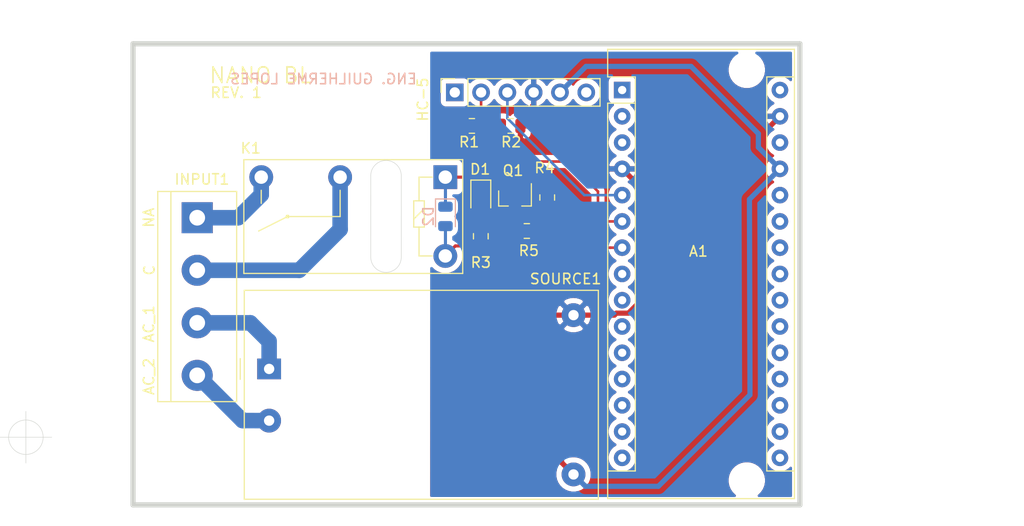
<source format=kicad_pcb>
(kicad_pcb (version 20171130) (host pcbnew "(5.1.5)-3")

  (general
    (thickness 1.6)
    (drawings 17)
    (tracks 79)
    (zones 0)
    (modules 17)
    (nets 40)
  )

  (page A4)
  (layers
    (0 F.Cu signal)
    (31 B.Cu signal)
    (32 B.Adhes user)
    (33 F.Adhes user)
    (34 B.Paste user hide)
    (35 F.Paste user hide)
    (36 B.SilkS user)
    (37 F.SilkS user)
    (38 B.Mask user)
    (39 F.Mask user)
    (40 Dwgs.User user)
    (41 Cmts.User user hide)
    (42 Eco1.User user)
    (43 Eco2.User user)
    (44 Edge.Cuts user)
    (45 Margin user)
    (46 B.CrtYd user hide)
    (47 F.CrtYd user)
    (48 B.Fab user)
    (49 F.Fab user)
  )

  (setup
    (last_trace_width 0.25)
    (trace_clearance 0.2)
    (zone_clearance 0.508)
    (zone_45_only no)
    (trace_min 0.2)
    (via_size 0.8)
    (via_drill 0.4)
    (via_min_size 0.4)
    (via_min_drill 0.3)
    (uvia_size 0.3)
    (uvia_drill 0.1)
    (uvias_allowed no)
    (uvia_min_size 0.2)
    (uvia_min_drill 0.1)
    (edge_width 0.05)
    (segment_width 0.2)
    (pcb_text_width 0.3)
    (pcb_text_size 1.5 1.5)
    (mod_edge_width 0.12)
    (mod_text_size 1 1)
    (mod_text_width 0.15)
    (pad_size 2.5 2.5)
    (pad_drill 2.5)
    (pad_to_mask_clearance 0.051)
    (solder_mask_min_width 0.25)
    (aux_axis_origin 0 0)
    (visible_elements 7FFFFFFF)
    (pcbplotparams
      (layerselection 0x010f0_ffffffff)
      (usegerberextensions false)
      (usegerberattributes true)
      (usegerberadvancedattributes false)
      (creategerberjobfile true)
      (excludeedgelayer true)
      (linewidth 0.100000)
      (plotframeref false)
      (viasonmask false)
      (mode 1)
      (useauxorigin false)
      (hpglpennumber 1)
      (hpglpenspeed 20)
      (hpglpendiameter 15.000000)
      (psnegative false)
      (psa4output false)
      (plotreference true)
      (plotvalue false)
      (plotinvisibletext false)
      (padsonsilk false)
      (subtractmaskfromsilk false)
      (outputformat 1)
      (mirror false)
      (drillshape 0)
      (scaleselection 1)
      (outputdirectory "../New folder/"))
  )

  (net 0 "")
  (net 1 "Net-(D1-Pad2)")
  (net 2 "Net-(D1-Pad1)")
  (net 3 +5V)
  (net 4 /EN)
  (net 5 GND)
  (net 6 /TX)
  (net 7 /STATE)
  (net 8 /NA)
  (net 9 /C)
  (net 10 "Net-(Q1-Pad1)")
  (net 11 /RX)
  (net 12 "Net-(A1-Pad16)")
  (net 13 "Net-(A1-Pad15)")
  (net 14 "Net-(A1-Pad30)")
  (net 15 "Net-(A1-Pad14)")
  (net 16 "Net-(A1-Pad13)")
  (net 17 "Net-(A1-Pad28)")
  (net 18 "Net-(A1-Pad12)")
  (net 19 "Net-(A1-Pad11)")
  (net 20 "Net-(A1-Pad26)")
  (net 21 "Net-(A1-Pad10)")
  (net 22 "Net-(A1-Pad25)")
  (net 23 "Net-(A1-Pad9)")
  (net 24 "Net-(A1-Pad24)")
  (net 25 "Net-(A1-Pad8)")
  (net 26 "Net-(A1-Pad23)")
  (net 27 /RELE_pin)
  (net 28 "Net-(A1-Pad22)")
  (net 29 "Net-(A1-Pad21)")
  (net 30 "Net-(A1-Pad20)")
  (net 31 "Net-(A1-Pad19)")
  (net 32 "Net-(A1-Pad3)")
  (net 33 "Net-(A1-Pad18)")
  (net 34 "Net-(A1-Pad2)")
  (net 35 "Net-(A1-Pad17)")
  (net 36 "Net-(A1-Pad1)")
  (net 37 /AC_2)
  (net 38 /AC_1)
  (net 39 /RX_M)

  (net_class Default "This is the default net class."
    (clearance 0.2)
    (trace_width 0.25)
    (via_dia 0.8)
    (via_drill 0.4)
    (uvia_dia 0.3)
    (uvia_drill 0.1)
    (add_net +5V)
    (add_net /AC_1)
    (add_net /AC_2)
    (add_net /C)
    (add_net /EN)
    (add_net /NA)
    (add_net /RELE_pin)
    (add_net /RX)
    (add_net /RX_M)
    (add_net /STATE)
    (add_net /TX)
    (add_net GND)
    (add_net "Net-(A1-Pad1)")
    (add_net "Net-(A1-Pad10)")
    (add_net "Net-(A1-Pad11)")
    (add_net "Net-(A1-Pad12)")
    (add_net "Net-(A1-Pad13)")
    (add_net "Net-(A1-Pad14)")
    (add_net "Net-(A1-Pad15)")
    (add_net "Net-(A1-Pad16)")
    (add_net "Net-(A1-Pad17)")
    (add_net "Net-(A1-Pad18)")
    (add_net "Net-(A1-Pad19)")
    (add_net "Net-(A1-Pad2)")
    (add_net "Net-(A1-Pad20)")
    (add_net "Net-(A1-Pad21)")
    (add_net "Net-(A1-Pad22)")
    (add_net "Net-(A1-Pad23)")
    (add_net "Net-(A1-Pad24)")
    (add_net "Net-(A1-Pad25)")
    (add_net "Net-(A1-Pad26)")
    (add_net "Net-(A1-Pad28)")
    (add_net "Net-(A1-Pad3)")
    (add_net "Net-(A1-Pad30)")
    (add_net "Net-(A1-Pad8)")
    (add_net "Net-(A1-Pad9)")
    (add_net "Net-(D1-Pad1)")
    (add_net "Net-(D1-Pad2)")
    (add_net "Net-(Q1-Pad1)")
  )

  (module Relay_THT:Relay_SPST_Omron-G5Q-1A (layer F.Cu) (tedit 5AE38B4B) (tstamp 5F7691CD)
    (at 159.7025 74.8665 180)
    (descr "Relay SPST-NO Omron Serie G5Q, http://omronfs.omron.com/en_US/ecb/products/pdf/en-g5q.pdf")
    (tags "Relay SPST-NO Omron Serie G5Q")
    (path /5F727205)
    (fp_text reference K1 (at 18.796 2.794 180) (layer F.SilkS)
      (effects (font (size 1 1) (thickness 0.15)))
    )
    (fp_text value G5Q-1A (at 8.8 3 180) (layer F.Fab)
      (effects (font (size 1 1) (thickness 0.15)))
    )
    (fp_circle (center 15.24 -3.81) (end 15.24 -3.68) (layer F.SilkS) (width 0.12))
    (fp_line (start -1.68 -9.31) (end 19.46 -9.31) (layer F.SilkS) (width 0.12))
    (fp_line (start -1.68 1.69) (end -1.68 -9.31) (layer F.SilkS) (width 0.12))
    (fp_line (start 19.46 1.69) (end 19.46 -9.31) (layer F.SilkS) (width 0.12))
    (fp_line (start -1.68 1.69) (end 19.46 1.69) (layer F.SilkS) (width 0.12))
    (fp_line (start 3.05 -2.29) (end 2.54 -2.29) (layer F.SilkS) (width 0.12))
    (fp_line (start 3.05 -4.83) (end 3.05 -2.29) (layer F.SilkS) (width 0.12))
    (fp_line (start 2.54 -4.83) (end 3.05 -4.83) (layer F.SilkS) (width 0.12))
    (fp_line (start 2.03 -4.83) (end 2.54 -4.83) (layer F.SilkS) (width 0.12))
    (fp_line (start 2.03 -2.29) (end 2.03 -4.83) (layer F.SilkS) (width 0.12))
    (fp_line (start 2.54 -2.29) (end 2.03 -2.29) (layer F.SilkS) (width 0.12))
    (fp_line (start 1.27 0) (end 2.54 0) (layer F.SilkS) (width 0.12))
    (fp_line (start 2.54 0) (end 2.54 -2.29) (layer F.SilkS) (width 0.12))
    (fp_line (start 2.54 -4.83) (end 2.54 -7.62) (layer F.SilkS) (width 0.12))
    (fp_line (start 2.54 -7.62) (end 1.27 -7.62) (layer F.SilkS) (width 0.12))
    (fp_line (start 2.03 -3.05) (end 3.05 -4.06) (layer F.SilkS) (width 0.12))
    (fp_line (start 10.16 -3.81) (end 15.24 -3.81) (layer F.SilkS) (width 0.12))
    (fp_line (start 10.16 -1.27) (end 10.16 -3.81) (layer F.SilkS) (width 0.12))
    (fp_line (start 17.78 -1.27) (end 17.78 -2.54) (layer F.SilkS) (width 0.12))
    (fp_line (start 15.24 -3.81) (end 18.03 -5.21) (layer F.SilkS) (width 0.12))
    (fp_line (start -1.95 1.95) (end -1.95 -9.55) (layer F.CrtYd) (width 0.05))
    (fp_line (start 19.7 1.95) (end -1.95 1.95) (layer F.CrtYd) (width 0.05))
    (fp_line (start 19.7 -9.55) (end 19.7 1.95) (layer F.CrtYd) (width 0.05))
    (fp_line (start -1.95 -9.55) (end 19.7 -9.55) (layer F.CrtYd) (width 0.05))
    (fp_line (start -1.18 -8.81) (end 18.96 -8.81) (layer F.Fab) (width 0.1))
    (fp_line (start -1.18 1.19) (end -1.18 -8.81) (layer F.Fab) (width 0.1))
    (fp_line (start 18.96 1.19) (end -1.18 1.19) (layer F.Fab) (width 0.1))
    (fp_line (start 18.96 -8.81) (end 18.96 1.19) (layer F.Fab) (width 0.1))
    (fp_line (start 0 -1) (end 0 -6.5) (layer F.Fab) (width 0.1))
    (fp_text user %R (at 9.6 -4.5) (layer F.Fab)
      (effects (font (size 1 1) (thickness 0.15)))
    )
    (pad 5 thru_hole circle (at 0 -7.62) (size 2.3 2.3) (drill 1.3) (layers *.Cu *.Mask)
      (net 3 +5V))
    (pad 3 thru_hole circle (at 17.78 0) (size 2.3 2.3) (drill 1.3) (layers *.Cu *.Mask)
      (net 8 /NA))
    (pad 2 thru_hole circle (at 10.16 0) (size 2.3 2.3) (drill 1.3) (layers *.Cu *.Mask)
      (net 9 /C))
    (pad 1 thru_hole rect (at 0 0) (size 2.3 2.3) (drill 1.3) (layers *.Cu *.Mask)
      (net 2 "Net-(D1-Pad1)"))
    (model ${KISYS3DMOD}/Relay_THT.3dshapes/Relay_SPST_Omron-G5Q-1A.wrl
      (at (xyz 0 0 0))
      (scale (xyz 2 1 1))
      (rotate (xyz 0 0 0))
    )
    (model "${KISYS3DMOD}/Relay_THT.3dshapes/User Library-Omron G5Q-1A.STEP"
      (offset (xyz 8.800000000000001 3.8 0))
      (scale (xyz 1 1 1))
      (rotate (xyz 0 0 0))
    )
  )

  (module TerminalBlock:TerminalBlock_bornier-4_P5.08mm (layer F.Cu) (tedit 59FF03D1) (tstamp 5F76A1D3)
    (at 135.7376 78.7908 270)
    (descr "simple 4-pin terminal block, pitch 5.08mm, revamped version of bornier4")
    (tags "terminal block bornier4")
    (path /5F7CD639)
    (fp_text reference INPUT1 (at -3.7084 -0.4572 180) (layer F.SilkS)
      (effects (font (size 1 1) (thickness 0.15)))
    )
    (fp_text value Conn_01x04 (at 7.6 4.75 90) (layer F.Fab)
      (effects (font (size 1 1) (thickness 0.15)))
    )
    (fp_line (start 17.97 4) (end -2.73 4) (layer F.CrtYd) (width 0.05))
    (fp_line (start 17.97 4) (end 17.97 -4) (layer F.CrtYd) (width 0.05))
    (fp_line (start -2.73 -4) (end -2.73 4) (layer F.CrtYd) (width 0.05))
    (fp_line (start -2.73 -4) (end 17.97 -4) (layer F.CrtYd) (width 0.05))
    (fp_line (start -2.54 3.81) (end 17.78 3.81) (layer F.SilkS) (width 0.12))
    (fp_line (start -2.54 -3.81) (end 17.78 -3.81) (layer F.SilkS) (width 0.12))
    (fp_line (start 17.78 2.54) (end -2.54 2.54) (layer F.SilkS) (width 0.12))
    (fp_line (start 17.78 3.81) (end 17.78 -3.81) (layer F.SilkS) (width 0.12))
    (fp_line (start -2.54 -3.81) (end -2.54 3.81) (layer F.SilkS) (width 0.12))
    (fp_line (start 17.72 3.75) (end -2.43 3.75) (layer F.Fab) (width 0.1))
    (fp_line (start 17.72 -3.75) (end 17.72 3.75) (layer F.Fab) (width 0.1))
    (fp_line (start -2.48 -3.75) (end 17.72 -3.75) (layer F.Fab) (width 0.1))
    (fp_line (start -2.48 3.75) (end -2.48 -3.75) (layer F.Fab) (width 0.1))
    (fp_line (start -2.43 3.75) (end -2.48 3.75) (layer F.Fab) (width 0.1))
    (fp_line (start -2.48 2.55) (end 17.72 2.55) (layer F.Fab) (width 0.1))
    (fp_text user %R (at 7.62 0 90) (layer F.Fab)
      (effects (font (size 1 1) (thickness 0.15)))
    )
    (pad 4 thru_hole circle (at 15.24 0 270) (size 3 3) (drill 1.52) (layers *.Cu *.Mask)
      (net 37 /AC_2))
    (pad 1 thru_hole rect (at 0 0 270) (size 3 3) (drill 1.52) (layers *.Cu *.Mask)
      (net 8 /NA))
    (pad 3 thru_hole circle (at 10.16 0 270) (size 3 3) (drill 1.52) (layers *.Cu *.Mask)
      (net 38 /AC_1))
    (pad 2 thru_hole circle (at 5.08 0 270) (size 3 3) (drill 1.52) (layers *.Cu *.Mask)
      (net 9 /C))
    (model ${KISYS3DMOD}/TerminalBlock.3dshapes/TerminalBlock_bornier-4_P5.08mm.wrl
      (at (xyz 0 0 0))
      (scale (xyz 1 1 1))
      (rotate (xyz 0 0 0))
    )
    (model "${KISYS3DMOD}/Connector_KRE/Terminal block 2 POS.STEP"
      (offset (xyz 2.5 0 0))
      (scale (xyz 1 1 1))
      (rotate (xyz 0 0 0))
    )
    (model "${KISYS3DMOD}/Connector_KRE/Terminal block 2 POS.STEP"
      (offset (xyz 12.7 0 0))
      (scale (xyz 1 1 1))
      (rotate (xyz 0 0 0))
    )
  )

  (module MountingHole:MountingHole_2.5mm (layer F.Cu) (tedit 5F75F5C7) (tstamp 5F75D6BF)
    (at 188.8236 104.1908)
    (descr "Mounting Hole 2.5mm, no annular")
    (tags "mounting hole 2.5mm no annular")
    (path /56D73DD9)
    (attr virtual)
    (fp_text reference P6 (at -2.54 -0.3556 90) (layer F.SilkS) hide
      (effects (font (size 1 1) (thickness 0.15)))
    )
    (fp_text value CONN_01X01 (at 0 3.5) (layer F.Fab)
      (effects (font (size 1 1) (thickness 0.15)))
    )
    (fp_circle (center 0 0) (end 2.75 0) (layer F.CrtYd) (width 0.05))
    (fp_circle (center 0 0) (end 2.5 0) (layer Cmts.User) (width 0.15))
    (fp_text user %R (at 0.3 0) (layer F.Fab)
      (effects (font (size 1 1) (thickness 0.15)))
    )
    (pad "" np_thru_hole circle (at 0 0) (size 2.5 2.5) (drill 2.5) (layers *.Cu *.Mask))
  )

  (module MountingHole:MountingHole_2.5mm (layer F.Cu) (tedit 5F75D670) (tstamp 5F75D6B7)
    (at 134.7724 104.1908)
    (descr "Mounting Hole 2.5mm, no annular")
    (tags "mounting hole 2.5mm no annular")
    (path /56D73DAE)
    (attr virtual)
    (fp_text reference P5 (at -1.524 -2.5908) (layer F.SilkS) hide
      (effects (font (size 1 1) (thickness 0.15)))
    )
    (fp_text value CONN_01X01 (at 0 3.5) (layer F.Fab)
      (effects (font (size 1 1) (thickness 0.15)))
    )
    (fp_circle (center 0 0) (end 2.75 0) (layer F.CrtYd) (width 0.05))
    (fp_circle (center 0 0) (end 2.5 0) (layer Cmts.User) (width 0.15))
    (fp_text user %R (at 0.3 0) (layer F.Fab)
      (effects (font (size 1 1) (thickness 0.15)))
    )
    (pad "" np_thru_hole circle (at -1.2319 0) (size 2.5 2.5) (drill 2.5) (layers *.Cu *.Mask))
  )

  (module MountingHole:MountingHole_2.5mm (layer F.Cu) (tedit 5F75F5F1) (tstamp 5F7606AE)
    (at 133.5405 60.5155)
    (descr "Mounting Hole 2.5mm, no annular")
    (tags "mounting hole 2.5mm no annular")
    (path /56D73D86)
    (attr virtual)
    (fp_text reference P4 (at -0.0889 6.6421) (layer F.SilkS) hide
      (effects (font (size 1 1) (thickness 0.15)))
    )
    (fp_text value CONN_01X01 (at 0 3.5) (layer F.Fab)
      (effects (font (size 1 1) (thickness 0.15)))
    )
    (fp_circle (center 0 0) (end 2.75 0) (layer F.CrtYd) (width 0.05))
    (fp_circle (center 0 0) (end 2.5 0) (layer Cmts.User) (width 0.15))
    (fp_text user %R (at 0.3 0) (layer F.Fab)
      (effects (font (size 1 1) (thickness 0.15)))
    )
    (pad "" np_thru_hole circle (at 0 3.9845) (size 2.5 2.5) (drill 2.5) (layers *.Cu *.Mask))
  )

  (module MountingHole:MountingHole_2.5mm (layer F.Cu) (tedit 5F75F5EA) (tstamp 5F761446)
    (at 188.722 63.9953)
    (descr "Mounting Hole 2.5mm, no annular")
    (tags "mounting hole 2.5mm no annular")
    (path /56D73ADD)
    (attr virtual)
    (fp_text reference P3 (at -2.9464 0.3175) (layer F.SilkS) hide
      (effects (font (size 1 1) (thickness 0.15)))
    )
    (fp_text value CONN_01X01 (at 0 3.5) (layer F.Fab)
      (effects (font (size 1 1) (thickness 0.15)))
    )
    (fp_circle (center 0 0) (end 2.75 0) (layer F.CrtYd) (width 0.05))
    (fp_circle (center 0 0) (end 2.5 0) (layer Cmts.User) (width 0.15))
    (fp_text user %R (at 0.3 0) (layer F.Fab)
      (effects (font (size 1 1) (thickness 0.15)))
    )
    (pad "" np_thru_hole circle (at 0.1016 0.5047) (size 2.5 2.5) (drill 2.5) (layers *.Cu *.Mask))
  )

  (module Resistor_SMD:R_0805_2012Metric (layer F.Cu) (tedit 5B36C52B) (tstamp 5F75F4A1)
    (at 167.5765 80.0735)
    (descr "Resistor SMD 0805 (2012 Metric), square (rectangular) end terminal, IPC_7351 nominal, (Body size source: https://docs.google.com/spreadsheets/d/1BsfQQcO9C6DZCsRaXUlFlo91Tg2WpOkGARC1WS5S8t0/edit?usp=sharing), generated with kicad-footprint-generator")
    (tags resistor)
    (path /5F735422)
    (attr smd)
    (fp_text reference R5 (at 0.1905 1.905) (layer F.SilkS)
      (effects (font (size 1 1) (thickness 0.15)))
    )
    (fp_text value 10K (at 0 1.65) (layer F.Fab)
      (effects (font (size 1 1) (thickness 0.15)))
    )
    (fp_text user %R (at 0 0) (layer F.Fab)
      (effects (font (size 0.5 0.5) (thickness 0.08)))
    )
    (fp_line (start 1.68 0.95) (end -1.68 0.95) (layer F.CrtYd) (width 0.05))
    (fp_line (start 1.68 -0.95) (end 1.68 0.95) (layer F.CrtYd) (width 0.05))
    (fp_line (start -1.68 -0.95) (end 1.68 -0.95) (layer F.CrtYd) (width 0.05))
    (fp_line (start -1.68 0.95) (end -1.68 -0.95) (layer F.CrtYd) (width 0.05))
    (fp_line (start -0.258578 0.71) (end 0.258578 0.71) (layer F.SilkS) (width 0.12))
    (fp_line (start -0.258578 -0.71) (end 0.258578 -0.71) (layer F.SilkS) (width 0.12))
    (fp_line (start 1 0.6) (end -1 0.6) (layer F.Fab) (width 0.1))
    (fp_line (start 1 -0.6) (end 1 0.6) (layer F.Fab) (width 0.1))
    (fp_line (start -1 -0.6) (end 1 -0.6) (layer F.Fab) (width 0.1))
    (fp_line (start -1 0.6) (end -1 -0.6) (layer F.Fab) (width 0.1))
    (pad 2 smd roundrect (at 0.9375 0) (size 0.975 1.4) (layers F.Cu F.Paste F.Mask) (roundrect_rratio 0.25)
      (net 27 /RELE_pin))
    (pad 1 smd roundrect (at -0.9375 0) (size 0.975 1.4) (layers F.Cu F.Paste F.Mask) (roundrect_rratio 0.25)
      (net 5 GND))
    (model ${KISYS3DMOD}/Resistor_SMD.3dshapes/R_0805_2012Metric.wrl
      (at (xyz 0 0 0))
      (scale (xyz 1 1 1))
      (rotate (xyz 0 0 0))
    )
  )

  (module Module:Arduino_Nano (layer F.Cu) (tedit 58ACAF70) (tstamp 5F76BDC8)
    (at 176.784 66.4464)
    (descr "Arduino Nano, http://www.mouser.com/pdfdocs/Gravitech_Arduino_Nano3_0.pdf")
    (tags "Arduino Nano")
    (path /5F750FAD)
    (fp_text reference A1 (at 7.366 15.5956) (layer F.SilkS)
      (effects (font (size 1 1) (thickness 0.15)))
    )
    (fp_text value Arduino_Nano_v3.x (at 8.89 19.05 90) (layer F.Fab)
      (effects (font (size 1 1) (thickness 0.15)))
    )
    (fp_line (start 16.75 42.16) (end -1.53 42.16) (layer F.CrtYd) (width 0.05))
    (fp_line (start 16.75 42.16) (end 16.75 -4.06) (layer F.CrtYd) (width 0.05))
    (fp_line (start -1.53 -4.06) (end -1.53 42.16) (layer F.CrtYd) (width 0.05))
    (fp_line (start -1.53 -4.06) (end 16.75 -4.06) (layer F.CrtYd) (width 0.05))
    (fp_line (start 16.51 -3.81) (end 16.51 39.37) (layer F.Fab) (width 0.1))
    (fp_line (start 0 -3.81) (end 16.51 -3.81) (layer F.Fab) (width 0.1))
    (fp_line (start -1.27 -2.54) (end 0 -3.81) (layer F.Fab) (width 0.1))
    (fp_line (start -1.27 39.37) (end -1.27 -2.54) (layer F.Fab) (width 0.1))
    (fp_line (start 16.51 39.37) (end -1.27 39.37) (layer F.Fab) (width 0.1))
    (fp_line (start 16.64 -3.94) (end -1.4 -3.94) (layer F.SilkS) (width 0.12))
    (fp_line (start 16.64 39.5) (end 16.64 -3.94) (layer F.SilkS) (width 0.12))
    (fp_line (start -1.4 39.5) (end 16.64 39.5) (layer F.SilkS) (width 0.12))
    (fp_line (start 3.81 41.91) (end 3.81 31.75) (layer F.Fab) (width 0.1))
    (fp_line (start 11.43 41.91) (end 3.81 41.91) (layer F.Fab) (width 0.1))
    (fp_line (start 11.43 31.75) (end 11.43 41.91) (layer F.Fab) (width 0.1))
    (fp_line (start 3.81 31.75) (end 11.43 31.75) (layer F.Fab) (width 0.1))
    (fp_line (start 1.27 36.83) (end -1.4 36.83) (layer F.SilkS) (width 0.12))
    (fp_line (start 1.27 1.27) (end 1.27 36.83) (layer F.SilkS) (width 0.12))
    (fp_line (start 1.27 1.27) (end -1.4 1.27) (layer F.SilkS) (width 0.12))
    (fp_line (start 13.97 36.83) (end 16.64 36.83) (layer F.SilkS) (width 0.12))
    (fp_line (start 13.97 -1.27) (end 13.97 36.83) (layer F.SilkS) (width 0.12))
    (fp_line (start 13.97 -1.27) (end 16.64 -1.27) (layer F.SilkS) (width 0.12))
    (fp_line (start -1.4 -3.94) (end -1.4 -1.27) (layer F.SilkS) (width 0.12))
    (fp_line (start -1.4 1.27) (end -1.4 39.5) (layer F.SilkS) (width 0.12))
    (fp_line (start 1.27 -1.27) (end -1.4 -1.27) (layer F.SilkS) (width 0.12))
    (fp_line (start 1.27 1.27) (end 1.27 -1.27) (layer F.SilkS) (width 0.12))
    (fp_text user %R (at 6.35 19.05 90) (layer F.Fab)
      (effects (font (size 1 1) (thickness 0.15)))
    )
    (pad 16 thru_hole oval (at 15.24 35.56) (size 1.6 1.6) (drill 0.8) (layers *.Cu *.Mask)
      (net 12 "Net-(A1-Pad16)"))
    (pad 15 thru_hole oval (at 0 35.56) (size 1.6 1.6) (drill 0.8) (layers *.Cu *.Mask)
      (net 13 "Net-(A1-Pad15)"))
    (pad 30 thru_hole oval (at 15.24 0) (size 1.6 1.6) (drill 0.8) (layers *.Cu *.Mask)
      (net 14 "Net-(A1-Pad30)"))
    (pad 14 thru_hole oval (at 0 33.02) (size 1.6 1.6) (drill 0.8) (layers *.Cu *.Mask)
      (net 15 "Net-(A1-Pad14)"))
    (pad 29 thru_hole oval (at 15.24 2.54) (size 1.6 1.6) (drill 0.8) (layers *.Cu *.Mask)
      (net 5 GND))
    (pad 13 thru_hole oval (at 0 30.48) (size 1.6 1.6) (drill 0.8) (layers *.Cu *.Mask)
      (net 16 "Net-(A1-Pad13)"))
    (pad 28 thru_hole oval (at 15.24 5.08) (size 1.6 1.6) (drill 0.8) (layers *.Cu *.Mask)
      (net 17 "Net-(A1-Pad28)"))
    (pad 12 thru_hole oval (at 0 27.94) (size 1.6 1.6) (drill 0.8) (layers *.Cu *.Mask)
      (net 18 "Net-(A1-Pad12)"))
    (pad 27 thru_hole oval (at 15.24 7.62) (size 1.6 1.6) (drill 0.8) (layers *.Cu *.Mask)
      (net 3 +5V))
    (pad 11 thru_hole oval (at 0 25.4) (size 1.6 1.6) (drill 0.8) (layers *.Cu *.Mask)
      (net 19 "Net-(A1-Pad11)"))
    (pad 26 thru_hole oval (at 15.24 10.16) (size 1.6 1.6) (drill 0.8) (layers *.Cu *.Mask)
      (net 20 "Net-(A1-Pad26)"))
    (pad 10 thru_hole oval (at 0 22.86) (size 1.6 1.6) (drill 0.8) (layers *.Cu *.Mask)
      (net 21 "Net-(A1-Pad10)"))
    (pad 25 thru_hole oval (at 15.24 12.7) (size 1.6 1.6) (drill 0.8) (layers *.Cu *.Mask)
      (net 22 "Net-(A1-Pad25)"))
    (pad 9 thru_hole oval (at 0 20.32) (size 1.6 1.6) (drill 0.8) (layers *.Cu *.Mask)
      (net 23 "Net-(A1-Pad9)"))
    (pad 24 thru_hole oval (at 15.24 15.24) (size 1.6 1.6) (drill 0.8) (layers *.Cu *.Mask)
      (net 24 "Net-(A1-Pad24)"))
    (pad 8 thru_hole oval (at 0 17.78) (size 1.6 1.6) (drill 0.8) (layers *.Cu *.Mask)
      (net 25 "Net-(A1-Pad8)"))
    (pad 23 thru_hole oval (at 15.24 17.78) (size 1.6 1.6) (drill 0.8) (layers *.Cu *.Mask)
      (net 26 "Net-(A1-Pad23)"))
    (pad 7 thru_hole oval (at 0 15.24) (size 1.6 1.6) (drill 0.8) (layers *.Cu *.Mask)
      (net 27 /RELE_pin))
    (pad 22 thru_hole oval (at 15.24 20.32) (size 1.6 1.6) (drill 0.8) (layers *.Cu *.Mask)
      (net 28 "Net-(A1-Pad22)"))
    (pad 6 thru_hole oval (at 0 12.7) (size 1.6 1.6) (drill 0.8) (layers *.Cu *.Mask)
      (net 11 /RX))
    (pad 21 thru_hole oval (at 15.24 22.86) (size 1.6 1.6) (drill 0.8) (layers *.Cu *.Mask)
      (net 29 "Net-(A1-Pad21)"))
    (pad 5 thru_hole oval (at 0 10.16) (size 1.6 1.6) (drill 0.8) (layers *.Cu *.Mask)
      (net 6 /TX))
    (pad 20 thru_hole oval (at 15.24 25.4) (size 1.6 1.6) (drill 0.8) (layers *.Cu *.Mask)
      (net 30 "Net-(A1-Pad20)"))
    (pad 4 thru_hole oval (at 0 7.62) (size 1.6 1.6) (drill 0.8) (layers *.Cu *.Mask)
      (net 5 GND))
    (pad 19 thru_hole oval (at 15.24 27.94) (size 1.6 1.6) (drill 0.8) (layers *.Cu *.Mask)
      (net 31 "Net-(A1-Pad19)"))
    (pad 3 thru_hole oval (at 0 5.08) (size 1.6 1.6) (drill 0.8) (layers *.Cu *.Mask)
      (net 32 "Net-(A1-Pad3)"))
    (pad 18 thru_hole oval (at 15.24 30.48) (size 1.6 1.6) (drill 0.8) (layers *.Cu *.Mask)
      (net 33 "Net-(A1-Pad18)"))
    (pad 2 thru_hole oval (at 0 2.54) (size 1.6 1.6) (drill 0.8) (layers *.Cu *.Mask)
      (net 34 "Net-(A1-Pad2)"))
    (pad 17 thru_hole oval (at 15.24 33.02) (size 1.6 1.6) (drill 0.8) (layers *.Cu *.Mask)
      (net 35 "Net-(A1-Pad17)"))
    (pad 1 thru_hole rect (at 0 0) (size 1.6 1.6) (drill 0.8) (layers *.Cu *.Mask)
      (net 36 "Net-(A1-Pad1)"))
    (model ${KISYS3DMOD}/Module.3dshapes/Arduino_Nano_WithMountingHoles.wrl
      (at (xyz 0 0 0))
      (scale (xyz 1 1 1))
      (rotate (xyz 5 0 0))
    )
    (model "${KISYS3DMOD}/Arduino/User Library-arduino_nano.STEP"
      (offset (xyz 0 0 3.5))
      (scale (xyz 1 1 1))
      (rotate (xyz -90 0 90))
    )
  )

  (module Resistor_SMD:R_0805_2012Metric (layer F.Cu) (tedit 5B36C52B) (tstamp 5F7484B4)
    (at 169.545 76.835 270)
    (descr "Resistor SMD 0805 (2012 Metric), square (rectangular) end terminal, IPC_7351 nominal, (Body size source: https://docs.google.com/spreadsheets/d/1BsfQQcO9C6DZCsRaXUlFlo91Tg2WpOkGARC1WS5S8t0/edit?usp=sharing), generated with kicad-footprint-generator")
    (tags resistor)
    (path /5F3D146B)
    (attr smd)
    (fp_text reference R4 (at -2.8575 0.254 180) (layer F.SilkS)
      (effects (font (size 1 1) (thickness 0.15)))
    )
    (fp_text value 330R (at 0 1.65 90) (layer F.Fab)
      (effects (font (size 1 1) (thickness 0.15)))
    )
    (fp_text user %R (at 0 0 90) (layer F.Fab)
      (effects (font (size 0.5 0.5) (thickness 0.08)))
    )
    (fp_line (start 1.68 0.95) (end -1.68 0.95) (layer F.CrtYd) (width 0.05))
    (fp_line (start 1.68 -0.95) (end 1.68 0.95) (layer F.CrtYd) (width 0.05))
    (fp_line (start -1.68 -0.95) (end 1.68 -0.95) (layer F.CrtYd) (width 0.05))
    (fp_line (start -1.68 0.95) (end -1.68 -0.95) (layer F.CrtYd) (width 0.05))
    (fp_line (start -0.258578 0.71) (end 0.258578 0.71) (layer F.SilkS) (width 0.12))
    (fp_line (start -0.258578 -0.71) (end 0.258578 -0.71) (layer F.SilkS) (width 0.12))
    (fp_line (start 1 0.6) (end -1 0.6) (layer F.Fab) (width 0.1))
    (fp_line (start 1 -0.6) (end 1 0.6) (layer F.Fab) (width 0.1))
    (fp_line (start -1 -0.6) (end 1 -0.6) (layer F.Fab) (width 0.1))
    (fp_line (start -1 0.6) (end -1 -0.6) (layer F.Fab) (width 0.1))
    (pad 2 smd roundrect (at 0.9375 0 270) (size 0.975 1.4) (layers F.Cu F.Paste F.Mask) (roundrect_rratio 0.25)
      (net 27 /RELE_pin))
    (pad 1 smd roundrect (at -0.9375 0 270) (size 0.975 1.4) (layers F.Cu F.Paste F.Mask) (roundrect_rratio 0.25)
      (net 10 "Net-(Q1-Pad1)"))
    (model ${KISYS3DMOD}/Resistor_SMD.3dshapes/R_0805_2012Metric.wrl
      (at (xyz 0 0 0))
      (scale (xyz 1 1 1))
      (rotate (xyz 0 0 0))
    )
  )

  (module Resistor_SMD:R_0805_2012Metric (layer F.Cu) (tedit 5B36C52B) (tstamp 5F75FBA7)
    (at 163.1315 80.5815 270)
    (descr "Resistor SMD 0805 (2012 Metric), square (rectangular) end terminal, IPC_7351 nominal, (Body size source: https://docs.google.com/spreadsheets/d/1BsfQQcO9C6DZCsRaXUlFlo91Tg2WpOkGARC1WS5S8t0/edit?usp=sharing), generated with kicad-footprint-generator")
    (tags resistor)
    (path /5F3DEE41)
    (attr smd)
    (fp_text reference R3 (at 2.54 0 180) (layer F.SilkS)
      (effects (font (size 1 1) (thickness 0.15)))
    )
    (fp_text value 330R (at 0 1.65 90) (layer F.Fab)
      (effects (font (size 1 1) (thickness 0.15)))
    )
    (fp_text user %R (at 0 0 90) (layer F.Fab)
      (effects (font (size 0.5 0.5) (thickness 0.08)))
    )
    (fp_line (start 1.68 0.95) (end -1.68 0.95) (layer F.CrtYd) (width 0.05))
    (fp_line (start 1.68 -0.95) (end 1.68 0.95) (layer F.CrtYd) (width 0.05))
    (fp_line (start -1.68 -0.95) (end 1.68 -0.95) (layer F.CrtYd) (width 0.05))
    (fp_line (start -1.68 0.95) (end -1.68 -0.95) (layer F.CrtYd) (width 0.05))
    (fp_line (start -0.258578 0.71) (end 0.258578 0.71) (layer F.SilkS) (width 0.12))
    (fp_line (start -0.258578 -0.71) (end 0.258578 -0.71) (layer F.SilkS) (width 0.12))
    (fp_line (start 1 0.6) (end -1 0.6) (layer F.Fab) (width 0.1))
    (fp_line (start 1 -0.6) (end 1 0.6) (layer F.Fab) (width 0.1))
    (fp_line (start -1 -0.6) (end 1 -0.6) (layer F.Fab) (width 0.1))
    (fp_line (start -1 0.6) (end -1 -0.6) (layer F.Fab) (width 0.1))
    (pad 2 smd roundrect (at 0.9375 0 270) (size 0.975 1.4) (layers F.Cu F.Paste F.Mask) (roundrect_rratio 0.25)
      (net 3 +5V))
    (pad 1 smd roundrect (at -0.9375 0 270) (size 0.975 1.4) (layers F.Cu F.Paste F.Mask) (roundrect_rratio 0.25)
      (net 1 "Net-(D1-Pad2)"))
    (model ${KISYS3DMOD}/Resistor_SMD.3dshapes/R_0805_2012Metric.wrl
      (at (xyz 0 0 0))
      (scale (xyz 1 1 1))
      (rotate (xyz 0 0 0))
    )
  )

  (module Resistor_SMD:R_0805_2012Metric (layer F.Cu) (tedit 5B36C52B) (tstamp 5F76049D)
    (at 166.0144 69.9135 180)
    (descr "Resistor SMD 0805 (2012 Metric), square (rectangular) end terminal, IPC_7351 nominal, (Body size source: https://docs.google.com/spreadsheets/d/1BsfQQcO9C6DZCsRaXUlFlo91Tg2WpOkGARC1WS5S8t0/edit?usp=sharing), generated with kicad-footprint-generator")
    (tags resistor)
    (path /5F74820B)
    (attr smd)
    (fp_text reference R2 (at -0.0508 -1.5621 180) (layer F.SilkS)
      (effects (font (size 1 1) (thickness 0.15)))
    )
    (fp_text value 2k (at 0 1.65) (layer F.Fab)
      (effects (font (size 1 1) (thickness 0.15)))
    )
    (fp_text user %R (at 0 0) (layer F.Fab)
      (effects (font (size 0.5 0.5) (thickness 0.08)))
    )
    (fp_line (start 1.68 0.95) (end -1.68 0.95) (layer F.CrtYd) (width 0.05))
    (fp_line (start 1.68 -0.95) (end 1.68 0.95) (layer F.CrtYd) (width 0.05))
    (fp_line (start -1.68 -0.95) (end 1.68 -0.95) (layer F.CrtYd) (width 0.05))
    (fp_line (start -1.68 0.95) (end -1.68 -0.95) (layer F.CrtYd) (width 0.05))
    (fp_line (start -0.258578 0.71) (end 0.258578 0.71) (layer F.SilkS) (width 0.12))
    (fp_line (start -0.258578 -0.71) (end 0.258578 -0.71) (layer F.SilkS) (width 0.12))
    (fp_line (start 1 0.6) (end -1 0.6) (layer F.Fab) (width 0.1))
    (fp_line (start 1 -0.6) (end 1 0.6) (layer F.Fab) (width 0.1))
    (fp_line (start -1 -0.6) (end 1 -0.6) (layer F.Fab) (width 0.1))
    (fp_line (start -1 0.6) (end -1 -0.6) (layer F.Fab) (width 0.1))
    (pad 2 smd roundrect (at 0.9375 0 180) (size 0.975 1.4) (layers F.Cu F.Paste F.Mask) (roundrect_rratio 0.25)
      (net 39 /RX_M))
    (pad 1 smd roundrect (at -0.9375 0 180) (size 0.975 1.4) (layers F.Cu F.Paste F.Mask) (roundrect_rratio 0.25)
      (net 5 GND))
    (model ${KISYS3DMOD}/Resistor_SMD.3dshapes/R_0805_2012Metric.wrl
      (at (xyz 0 0 0))
      (scale (xyz 1 1 1))
      (rotate (xyz 0 0 0))
    )
  )

  (module Resistor_SMD:R_0805_2012Metric (layer F.Cu) (tedit 5B36C52B) (tstamp 5F760BF4)
    (at 162.2679 69.9135 180)
    (descr "Resistor SMD 0805 (2012 Metric), square (rectangular) end terminal, IPC_7351 nominal, (Body size source: https://docs.google.com/spreadsheets/d/1BsfQQcO9C6DZCsRaXUlFlo91Tg2WpOkGARC1WS5S8t0/edit?usp=sharing), generated with kicad-footprint-generator")
    (tags resistor)
    (path /5F7478DB)
    (attr smd)
    (fp_text reference R1 (at 0.2667 -1.5621 180) (layer F.SilkS)
      (effects (font (size 1 1) (thickness 0.15)))
    )
    (fp_text value 1k (at 0 1.65) (layer F.Fab)
      (effects (font (size 1 1) (thickness 0.15)))
    )
    (fp_text user %R (at 0 0) (layer F.Fab)
      (effects (font (size 0.5 0.5) (thickness 0.08)))
    )
    (fp_line (start 1.68 0.95) (end -1.68 0.95) (layer F.CrtYd) (width 0.05))
    (fp_line (start 1.68 -0.95) (end 1.68 0.95) (layer F.CrtYd) (width 0.05))
    (fp_line (start -1.68 -0.95) (end 1.68 -0.95) (layer F.CrtYd) (width 0.05))
    (fp_line (start -1.68 0.95) (end -1.68 -0.95) (layer F.CrtYd) (width 0.05))
    (fp_line (start -0.258578 0.71) (end 0.258578 0.71) (layer F.SilkS) (width 0.12))
    (fp_line (start -0.258578 -0.71) (end 0.258578 -0.71) (layer F.SilkS) (width 0.12))
    (fp_line (start 1 0.6) (end -1 0.6) (layer F.Fab) (width 0.1))
    (fp_line (start 1 -0.6) (end 1 0.6) (layer F.Fab) (width 0.1))
    (fp_line (start -1 -0.6) (end 1 -0.6) (layer F.Fab) (width 0.1))
    (fp_line (start -1 0.6) (end -1 -0.6) (layer F.Fab) (width 0.1))
    (pad 2 smd roundrect (at 0.9375 0 180) (size 0.975 1.4) (layers F.Cu F.Paste F.Mask) (roundrect_rratio 0.25)
      (net 11 /RX))
    (pad 1 smd roundrect (at -0.9375 0 180) (size 0.975 1.4) (layers F.Cu F.Paste F.Mask) (roundrect_rratio 0.25)
      (net 39 /RX_M))
    (model ${KISYS3DMOD}/Resistor_SMD.3dshapes/R_0805_2012Metric.wrl
      (at (xyz 0 0 0))
      (scale (xyz 1 1 1))
      (rotate (xyz 0 0 0))
    )
  )

  (module Package_TO_SOT_SMD:SOT-23 (layer F.Cu) (tedit 5A02FF57) (tstamp 5F75FC56)
    (at 166.4335 76.8985 270)
    (descr "SOT-23, Standard")
    (tags SOT-23)
    (path /5F3D2BE8)
    (attr smd)
    (fp_text reference Q1 (at -2.667 0.1905 180) (layer F.SilkS)
      (effects (font (size 1 1) (thickness 0.15)))
    )
    (fp_text value Q_NPN_BCE (at 0 2.5 90) (layer F.Fab)
      (effects (font (size 1 1) (thickness 0.15)))
    )
    (fp_line (start 0.76 1.58) (end -0.7 1.58) (layer F.SilkS) (width 0.12))
    (fp_line (start 0.76 -1.58) (end -1.4 -1.58) (layer F.SilkS) (width 0.12))
    (fp_line (start -1.7 1.75) (end -1.7 -1.75) (layer F.CrtYd) (width 0.05))
    (fp_line (start 1.7 1.75) (end -1.7 1.75) (layer F.CrtYd) (width 0.05))
    (fp_line (start 1.7 -1.75) (end 1.7 1.75) (layer F.CrtYd) (width 0.05))
    (fp_line (start -1.7 -1.75) (end 1.7 -1.75) (layer F.CrtYd) (width 0.05))
    (fp_line (start 0.76 -1.58) (end 0.76 -0.65) (layer F.SilkS) (width 0.12))
    (fp_line (start 0.76 1.58) (end 0.76 0.65) (layer F.SilkS) (width 0.12))
    (fp_line (start -0.7 1.52) (end 0.7 1.52) (layer F.Fab) (width 0.1))
    (fp_line (start 0.7 -1.52) (end 0.7 1.52) (layer F.Fab) (width 0.1))
    (fp_line (start -0.7 -0.95) (end -0.15 -1.52) (layer F.Fab) (width 0.1))
    (fp_line (start -0.15 -1.52) (end 0.7 -1.52) (layer F.Fab) (width 0.1))
    (fp_line (start -0.7 -0.95) (end -0.7 1.5) (layer F.Fab) (width 0.1))
    (fp_text user %R (at 0 0) (layer F.Fab)
      (effects (font (size 0.5 0.5) (thickness 0.075)))
    )
    (pad 3 smd rect (at 1 0 270) (size 0.9 0.8) (layers F.Cu F.Paste F.Mask)
      (net 5 GND))
    (pad 2 smd rect (at -1 0.95 270) (size 0.9 0.8) (layers F.Cu F.Paste F.Mask)
      (net 2 "Net-(D1-Pad1)"))
    (pad 1 smd rect (at -1 -0.95 270) (size 0.9 0.8) (layers F.Cu F.Paste F.Mask)
      (net 10 "Net-(Q1-Pad1)"))
    (model ${KISYS3DMOD}/Package_TO_SOT_SMD.3dshapes/SOT-23.wrl
      (at (xyz 0 0 0))
      (scale (xyz 1 1 1))
      (rotate (xyz 0 0 0))
    )
  )

  (module Converter_ACDC:Converter_ACDC_HiLink_HLK-PMxx (layer F.Cu) (tedit 5C1AC1CD) (tstamp 5F75E04F)
    (at 142.6845 93.4085)
    (descr "ACDC-Converter, 3W, HiLink, HLK-PMxx, THT, http://www.hlktech.net/product_detail.php?ProId=54")
    (tags "ACDC-Converter 3W THT HiLink board mount module")
    (path /5F7590BB)
    (fp_text reference SOURCE1 (at 28.6385 -8.6995) (layer F.SilkS)
      (effects (font (size 1 1) (thickness 0.15)))
    )
    (fp_text value HLK-PM01 (at 15.79 13.85) (layer F.Fab)
      (effects (font (size 1 1) (thickness 0.15)))
    )
    (fp_line (start -2.79 -1) (end -2.79 1.01) (layer F.SilkS) (width 0.12))
    (fp_line (start 31.8 -7.6) (end -2.4 -7.6) (layer F.SilkS) (width 0.12))
    (fp_line (start 31.8 12.6) (end 31.8 -7.6) (layer F.SilkS) (width 0.12))
    (fp_line (start -2.4 12.6) (end 31.8 12.6) (layer F.SilkS) (width 0.12))
    (fp_line (start -2.4 -7.6) (end -2.4 12.6) (layer F.SilkS) (width 0.12))
    (fp_line (start -2.55 -7.75) (end -2.55 12.75) (layer F.CrtYd) (width 0.05))
    (fp_line (start 31.95 -7.75) (end -2.55 -7.75) (layer F.CrtYd) (width 0.05))
    (fp_line (start 31.95 12.75) (end 31.95 -7.75) (layer F.CrtYd) (width 0.05))
    (fp_line (start -2.55 12.75) (end 31.95 12.75) (layer F.CrtYd) (width 0.05))
    (fp_line (start -2.3 -1) (end -2.3 -7.5) (layer F.Fab) (width 0.1))
    (fp_line (start -2.29 -1) (end -1.29 0) (layer F.Fab) (width 0.1))
    (fp_line (start -1.29 0) (end -2.29 1) (layer F.Fab) (width 0.1))
    (fp_text user %R (at 14.68 1.17) (layer F.Fab)
      (effects (font (size 1 1) (thickness 0.15)))
    )
    (fp_line (start -2.3 -7.5) (end 31.7 -7.5) (layer F.Fab) (width 0.1))
    (fp_line (start -2.3 12.5) (end -2.3 0.99) (layer F.Fab) (width 0.1))
    (fp_line (start 31.7 12.5) (end 31.7 -7.5) (layer F.Fab) (width 0.1))
    (fp_line (start -2.3 12.5) (end 31.7 12.5) (layer F.Fab) (width 0.1))
    (pad 4 thru_hole circle (at 29.4 10.2) (size 2.3 2.3) (drill 1) (layers *.Cu *.Mask)
      (net 3 +5V))
    (pad 2 thru_hole circle (at 0 5) (size 2.3 2.3) (drill 1) (layers *.Cu *.Mask)
      (net 37 /AC_2))
    (pad 1 thru_hole rect (at 0 0) (size 2.3 2) (drill 1) (layers *.Cu *.Mask)
      (net 38 /AC_1))
    (pad 3 thru_hole circle (at 29.4 -5.2) (size 2.3 2.3) (drill 1) (layers *.Cu *.Mask)
      (net 5 GND))
    (model ${KISYS3DMOD}/Converter_ACDC.3dshapes/Converter_ACDC_HiLink_HLK-PMxx.wrl
      (at (xyz 0 0 0))
      (scale (xyz 1 1 1))
      (rotate (xyz 0 0 0))
    )
    (model "${KISYS3DMOD}/Hilink/User Library-hilink.STEP"
      (offset (xyz 14.7 -2.5 0.5))
      (scale (xyz 1 1 1))
      (rotate (xyz 0 0 0))
    )
  )

  (module Connector_PinSocket_2.54mm:PinSocket_1x06_P2.54mm_Vertical (layer F.Cu) (tedit 5A19A430) (tstamp 5F74841C)
    (at 160.6169 66.675 90)
    (descr "Through hole straight socket strip, 1x06, 2.54mm pitch, single row (from Kicad 4.0.7), script generated")
    (tags "Through hole socket strip THT 1x06 2.54mm single row")
    (path /5F74FBED)
    (fp_text reference HC-5 (at -0.6858 -3.0861 90) (layer F.SilkS)
      (effects (font (size 1 1) (thickness 0.15)))
    )
    (fp_text value MODULE (at 0 15.47 90) (layer F.Fab)
      (effects (font (size 1 1) (thickness 0.15)))
    )
    (fp_text user %R (at 0 6.35) (layer F.Fab)
      (effects (font (size 1 1) (thickness 0.15)))
    )
    (fp_line (start -1.8 14.45) (end -1.8 -1.8) (layer F.CrtYd) (width 0.05))
    (fp_line (start 1.75 14.45) (end -1.8 14.45) (layer F.CrtYd) (width 0.05))
    (fp_line (start 1.75 -1.8) (end 1.75 14.45) (layer F.CrtYd) (width 0.05))
    (fp_line (start -1.8 -1.8) (end 1.75 -1.8) (layer F.CrtYd) (width 0.05))
    (fp_line (start 0 -1.33) (end 1.33 -1.33) (layer F.SilkS) (width 0.12))
    (fp_line (start 1.33 -1.33) (end 1.33 0) (layer F.SilkS) (width 0.12))
    (fp_line (start 1.33 1.27) (end 1.33 14.03) (layer F.SilkS) (width 0.12))
    (fp_line (start -1.33 14.03) (end 1.33 14.03) (layer F.SilkS) (width 0.12))
    (fp_line (start -1.33 1.27) (end -1.33 14.03) (layer F.SilkS) (width 0.12))
    (fp_line (start -1.33 1.27) (end 1.33 1.27) (layer F.SilkS) (width 0.12))
    (fp_line (start -1.27 13.97) (end -1.27 -1.27) (layer F.Fab) (width 0.1))
    (fp_line (start 1.27 13.97) (end -1.27 13.97) (layer F.Fab) (width 0.1))
    (fp_line (start 1.27 -0.635) (end 1.27 13.97) (layer F.Fab) (width 0.1))
    (fp_line (start 0.635 -1.27) (end 1.27 -0.635) (layer F.Fab) (width 0.1))
    (fp_line (start -1.27 -1.27) (end 0.635 -1.27) (layer F.Fab) (width 0.1))
    (pad 6 thru_hole oval (at 0 12.7 90) (size 1.7 1.7) (drill 1) (layers *.Cu *.Mask)
      (net 4 /EN))
    (pad 5 thru_hole oval (at 0 10.16 90) (size 1.7 1.7) (drill 1) (layers *.Cu *.Mask)
      (net 3 +5V))
    (pad 4 thru_hole oval (at 0 7.62 90) (size 1.7 1.7) (drill 1) (layers *.Cu *.Mask)
      (net 5 GND))
    (pad 3 thru_hole oval (at 0 5.08 90) (size 1.7 1.7) (drill 1) (layers *.Cu *.Mask)
      (net 6 /TX))
    (pad 2 thru_hole oval (at 0 2.54 90) (size 1.7 1.7) (drill 1) (layers *.Cu *.Mask)
      (net 39 /RX_M))
    (pad 1 thru_hole rect (at 0 0 90) (size 1.7 1.7) (drill 1) (layers *.Cu *.Mask)
      (net 7 /STATE))
    (model ${KISYS3DMOD}/Connector_PinSocket_2.54mm.3dshapes/PinSocket_1x06_P2.54mm_Vertical.wrl
      (at (xyz 0 0 0))
      (scale (xyz 1 1 1))
      (rotate (xyz 0 0 0))
    )
    (model "${KISYS3DMOD}/Modules/User Library-hc05.STEP"
      (offset (xyz 5.5 1.8 44))
      (scale (xyz 1 1 1))
      (rotate (xyz -180 -90 0))
    )
  )

  (module Diode_SMD:D_0805_2012Metric locked (layer B.Cu) (tedit 5B36C52B) (tstamp 5F76AA46)
    (at 159.7152 78.6615 270)
    (descr "Diode SMD 0805 (2012 Metric), square (rectangular) end terminal, IPC_7351 nominal, (Body size source: https://docs.google.com/spreadsheets/d/1BsfQQcO9C6DZCsRaXUlFlo91Tg2WpOkGARC1WS5S8t0/edit?usp=sharing), generated with kicad-footprint-generator")
    (tags diode)
    (path /5F3E0710)
    (attr smd)
    (fp_text reference D2 (at 0 1.65 270) (layer B.SilkS)
      (effects (font (size 1 1) (thickness 0.15)) (justify mirror))
    )
    (fp_text value DIODE (at 0 -1.65 270) (layer B.Fab) hide
      (effects (font (size 1 1) (thickness 0.15)) (justify mirror))
    )
    (fp_text user %R (at 0 0 270) (layer B.Fab) hide
      (effects (font (size 0.5 0.5) (thickness 0.08)) (justify mirror))
    )
    (fp_line (start 1.68 -0.95) (end -1.68 -0.95) (layer B.CrtYd) (width 0.05))
    (fp_line (start 1.68 0.95) (end 1.68 -0.95) (layer B.CrtYd) (width 0.05))
    (fp_line (start -1.68 0.95) (end 1.68 0.95) (layer B.CrtYd) (width 0.05))
    (fp_line (start -1.68 -0.95) (end -1.68 0.95) (layer B.CrtYd) (width 0.05))
    (fp_line (start -1.685 -0.96) (end 1 -0.96) (layer B.SilkS) (width 0.12))
    (fp_line (start -1.685 0.96) (end -1.685 -0.96) (layer B.SilkS) (width 0.12))
    (fp_line (start 1 0.96) (end -1.685 0.96) (layer B.SilkS) (width 0.12))
    (fp_line (start 1 -0.6) (end 1 0.6) (layer B.Fab) (width 0.1))
    (fp_line (start -1 -0.6) (end 1 -0.6) (layer B.Fab) (width 0.1))
    (fp_line (start -1 0.3) (end -1 -0.6) (layer B.Fab) (width 0.1))
    (fp_line (start -0.7 0.6) (end -1 0.3) (layer B.Fab) (width 0.1))
    (fp_line (start 1 0.6) (end -0.7 0.6) (layer B.Fab) (width 0.1))
    (pad 2 smd roundrect (at 0.9375 0 270) (size 0.975 1.4) (layers B.Cu B.Paste B.Mask) (roundrect_rratio 0.25)
      (net 3 +5V))
    (pad 1 smd roundrect (at -0.9375 0 270) (size 0.975 1.4) (layers B.Cu B.Paste B.Mask) (roundrect_rratio 0.25)
      (net 2 "Net-(D1-Pad1)"))
    (model ${KISYS3DMOD}/Diode_SMD.3dshapes/D_0805_2012Metric.wrl
      (at (xyz 0 0 0))
      (scale (xyz 1 1 1))
      (rotate (xyz 0 0 0))
    )
  )

  (module LED_SMD:LED_0805_2012Metric (layer F.Cu) (tedit 5B36C52C) (tstamp 5F7483EF)
    (at 163.1315 76.835 270)
    (descr "LED SMD 0805 (2012 Metric), square (rectangular) end terminal, IPC_7351 nominal, (Body size source: https://docs.google.com/spreadsheets/d/1BsfQQcO9C6DZCsRaXUlFlo91Tg2WpOkGARC1WS5S8t0/edit?usp=sharing), generated with kicad-footprint-generator")
    (tags diode)
    (path /5F3D1CDB)
    (attr smd)
    (fp_text reference D1 (at -2.7305 0.0635 180) (layer F.SilkS)
      (effects (font (size 1 1) (thickness 0.15)))
    )
    (fp_text value LED (at 0 1.65 90) (layer F.Fab)
      (effects (font (size 1 1) (thickness 0.15)))
    )
    (fp_text user %R (at 0 0 90) (layer F.Fab)
      (effects (font (size 0.5 0.5) (thickness 0.08)))
    )
    (fp_line (start 1.68 0.95) (end -1.68 0.95) (layer F.CrtYd) (width 0.05))
    (fp_line (start 1.68 -0.95) (end 1.68 0.95) (layer F.CrtYd) (width 0.05))
    (fp_line (start -1.68 -0.95) (end 1.68 -0.95) (layer F.CrtYd) (width 0.05))
    (fp_line (start -1.68 0.95) (end -1.68 -0.95) (layer F.CrtYd) (width 0.05))
    (fp_line (start -1.685 0.96) (end 1 0.96) (layer F.SilkS) (width 0.12))
    (fp_line (start -1.685 -0.96) (end -1.685 0.96) (layer F.SilkS) (width 0.12))
    (fp_line (start 1 -0.96) (end -1.685 -0.96) (layer F.SilkS) (width 0.12))
    (fp_line (start 1 0.6) (end 1 -0.6) (layer F.Fab) (width 0.1))
    (fp_line (start -1 0.6) (end 1 0.6) (layer F.Fab) (width 0.1))
    (fp_line (start -1 -0.3) (end -1 0.6) (layer F.Fab) (width 0.1))
    (fp_line (start -0.7 -0.6) (end -1 -0.3) (layer F.Fab) (width 0.1))
    (fp_line (start 1 -0.6) (end -0.7 -0.6) (layer F.Fab) (width 0.1))
    (pad 2 smd roundrect (at 0.9375 0 270) (size 0.975 1.4) (layers F.Cu F.Paste F.Mask) (roundrect_rratio 0.25)
      (net 1 "Net-(D1-Pad2)"))
    (pad 1 smd roundrect (at -0.9375 0 270) (size 0.975 1.4) (layers F.Cu F.Paste F.Mask) (roundrect_rratio 0.25)
      (net 2 "Net-(D1-Pad1)"))
    (model ${KISYS3DMOD}/LED_SMD.3dshapes/LED_0805_2012Metric.wrl
      (at (xyz 0 0 0))
      (scale (xyz 1 1 1))
      (rotate (xyz 0 0 0))
    )
  )

  (gr_text "Dimensões:\n64.7 - Largura\n44.958 - Altura" (at 209.296 71.628) (layer F.CrtYd)
    (effects (font (size 1 1) (thickness 0.15)))
  )
  (gr_text "ENG. GUILHERME LOPES\n" (at 147.9296 65.3796) (layer B.SilkS)
    (effects (font (size 1 1) (thickness 0.15)) (justify mirror))
  )
  (gr_text "REV. 1\n" (at 139.4968 66.7004) (layer F.SilkS)
    (effects (font (size 1 1) (thickness 0.15)))
  )
  (gr_text "NANO BL" (at 141.8336 65.024) (layer F.SilkS)
    (effects (font (size 1.5 1.5) (thickness 0.15)))
  )
  (gr_line (start 155.448 74.7268) (end 155.44661 82.664792) (layer Edge.Cuts) (width 0.05))
  (gr_line (start 152.50299 74.662808) (end 152.5016 82.6008) (layer Edge.Cuts) (width 0.05))
  (gr_arc (start 153.9748 82.6008) (end 152.5016 82.6008) (angle -177.5104369) (layer Edge.Cuts) (width 0.05) (tstamp 5F76A738))
  (gr_arc (start 153.9748 74.7268) (end 155.448 74.7268) (angle -177.5104369) (layer Edge.Cuts) (width 0.05))
  (gr_line (start 129.54 106.553) (end 129.54 61.976) (layer Edge.Cuts) (width 0.5))
  (gr_text NA (at 131.064 78.7908 90) (layer F.SilkS)
    (effects (font (size 1 1) (thickness 0.15)))
  )
  (gr_text C (at 131.1148 83.8708 90) (layer F.SilkS)
    (effects (font (size 1 1) (thickness 0.15)))
  )
  (gr_text "AC_2\n\n" (at 131.8768 94.1324 90) (layer F.SilkS) (tstamp 5F76A2E8)
    (effects (font (size 1 1) (thickness 0.15)))
  )
  (gr_text "AC_1\n" (at 131.064 89.0524 90) (layer F.SilkS) (tstamp 5F76A2F0)
    (effects (font (size 1 1) (thickness 0.15)))
  )
  (gr_line (start 193.95 61.976) (end 129.54 61.976) (layer Edge.Cuts) (width 0.5))
  (gr_line (start 193.95 106.553) (end 193.95 61.976) (layer Edge.Cuts) (width 0.5))
  (gr_line (start 129.54 106.553) (end 193.95 106.553) (layer Edge.Cuts) (width 0.5))
  (target plus (at 119.1895 100.0125) (size 5) (width 0.05) (layer Edge.Cuts) (tstamp 5F7610F0))

  (segment (start 163.1315 77.7725) (end 163.1315 79.644) (width 0.3) (layer F.Cu) (net 1))
  (segment (start 162.1005 74.8665) (end 163.1315 75.8975) (width 0.3) (layer F.Cu) (net 2))
  (segment (start 159.7025 74.8665) (end 162.1005 74.8665) (width 0.3) (layer F.Cu) (net 2))
  (segment (start 163.1325 75.8985) (end 163.1315 75.8975) (width 0.3) (layer F.Cu) (net 2))
  (segment (start 165.4835 75.8985) (end 163.1325 75.8985) (width 0.3) (layer F.Cu) (net 2))
  (segment (start 159.7152 74.8792) (end 159.7025 74.8665) (width 0.3) (layer B.Cu) (net 2))
  (segment (start 159.7152 77.724) (end 159.7152 74.8792) (width 0.3) (layer B.Cu) (net 2))
  (segment (start 160.67 81.519) (end 159.7025 82.4865) (width 0.3) (layer F.Cu) (net 3))
  (segment (start 163.1315 81.519) (end 160.67 81.519) (width 0.3) (layer F.Cu) (net 3))
  (segment (start 159.7152 82.4738) (end 159.7025 82.4865) (width 0.3) (layer B.Cu) (net 3))
  (segment (start 159.7152 79.599) (end 159.7152 82.4738) (width 0.3) (layer B.Cu) (net 3))
  (segment (start 163.1315 88.7603) (end 163.1315 81.519) (width 0.5) (layer F.Cu) (net 3))
  (segment (start 170.934501 96.563301) (end 163.1315 88.7603) (width 0.5) (layer F.Cu) (net 3))
  (segment (start 170.934501 102.458501) (end 170.934501 96.563301) (width 0.5) (layer F.Cu) (net 3))
  (segment (start 172.0845 103.6085) (end 170.934501 102.458501) (width 0.5) (layer F.Cu) (net 3))
  (segment (start 189.0776 77.0128) (end 192.024 74.0664) (width 0.5) (layer B.Cu) (net 3))
  (segment (start 173.234499 104.758499) (end 180.280301 104.758499) (width 0.5) (layer B.Cu) (net 3))
  (segment (start 189.1284 94.7928) (end 189.0776 77.0128) (width 0.5) (layer B.Cu) (net 3))
  (segment (start 180.280301 104.758499) (end 189.1284 95.9104) (width 0.5) (layer B.Cu) (net 3))
  (segment (start 172.0845 103.6085) (end 173.234499 104.758499) (width 0.5) (layer B.Cu) (net 3))
  (segment (start 189.1284 95.9104) (end 189.1284 94.7928) (width 0.5) (layer B.Cu) (net 3))
  (segment (start 189.9412 71.9836) (end 192.024 74.0664) (width 0.5) (layer B.Cu) (net 3))
  (segment (start 189.9412 70.6628) (end 189.9412 71.9836) (width 0.5) (layer B.Cu) (net 3))
  (segment (start 170.7769 66.675) (end 173.2915 64.1604) (width 0.5) (layer B.Cu) (net 3))
  (segment (start 183.4388 64.1604) (end 189.9412 70.6628) (width 0.5) (layer B.Cu) (net 3))
  (segment (start 173.2915 64.1604) (end 183.4388 64.1604) (width 0.5) (layer B.Cu) (net 3))
  (segment (start 166.4335 79.868) (end 166.639 80.0735) (width 0.3) (layer F.Cu) (net 5))
  (segment (start 166.4335 77.8985) (end 166.4335 79.868) (width 0.3) (layer F.Cu) (net 5))
  (segment (start 166.639 80.0735) (end 166.639 85.0542) (width 0.5) (layer F.Cu) (net 5))
  (segment (start 169.7933 88.2085) (end 172.0845 88.2085) (width 0.5) (layer F.Cu) (net 5))
  (segment (start 166.639 85.0542) (end 169.7933 88.2085) (width 0.5) (layer F.Cu) (net 5))
  (segment (start 186.944 74.0664) (end 192.024 68.9864) (width 0.5) (layer F.Cu) (net 5))
  (segment (start 176.784 74.0664) (end 186.944 74.0664) (width 0.5) (layer F.Cu) (net 5))
  (segment (start 177.384001 88.016401) (end 179.832 85.568402) (width 0.5) (layer F.Cu) (net 5))
  (segment (start 176.223997 88.016401) (end 177.384001 88.016401) (width 0.5) (layer F.Cu) (net 5))
  (segment (start 172.0845 88.2085) (end 176.031898 88.2085) (width 0.5) (layer F.Cu) (net 5))
  (segment (start 176.031898 88.2085) (end 176.223997 88.016401) (width 0.5) (layer F.Cu) (net 5))
  (segment (start 179.832 77.1144) (end 176.784 74.0664) (width 0.5) (layer F.Cu) (net 5))
  (segment (start 179.832 85.568402) (end 179.832 77.1144) (width 0.5) (layer F.Cu) (net 5))
  (segment (start 173.7464 74.0664) (end 168.1353 68.4553) (width 0.5) (layer F.Cu) (net 5))
  (segment (start 176.784 74.0664) (end 173.7464 74.0664) (width 0.5) (layer F.Cu) (net 5))
  (segment (start 168.1353 67.978681) (end 168.1353 68.4553) (width 0.5) (layer F.Cu) (net 5))
  (segment (start 168.2369 67.877081) (end 168.1353 67.978681) (width 0.5) (layer F.Cu) (net 5))
  (segment (start 168.2369 66.675) (end 168.2369 67.877081) (width 0.5) (layer F.Cu) (net 5))
  (segment (start 168.1353 68.7301) (end 168.1353 68.4553) (width 0.5) (layer F.Cu) (net 5))
  (segment (start 166.9519 69.9135) (end 168.1353 68.7301) (width 0.5) (layer F.Cu) (net 5))
  (segment (start 165.6969 66.675) (end 165.6969 69.1769) (width 0.25) (layer B.Cu) (net 6))
  (segment (start 173.1264 76.6064) (end 176.784 76.6064) (width 0.25) (layer B.Cu) (net 6))
  (segment (start 165.6969 69.1769) (end 173.1264 76.6064) (width 0.25) (layer B.Cu) (net 6))
  (segment (start 141.9225 74.8665) (end 141.9225 76.5683) (width 1.5) (layer B.Cu) (net 8))
  (segment (start 139.7 78.7908) (end 135.7376 78.7908) (width 1.5) (layer B.Cu) (net 8))
  (segment (start 141.9225 76.5683) (end 139.7 78.7908) (width 1.5) (layer B.Cu) (net 8))
  (segment (start 149.5425 74.8665) (end 149.5425 79.9211) (width 1.5) (layer B.Cu) (net 9))
  (segment (start 145.5928 83.8708) (end 135.7376 83.8708) (width 1.5) (layer B.Cu) (net 9))
  (segment (start 149.5425 79.9211) (end 145.5928 83.8708) (width 1.5) (layer B.Cu) (net 9))
  (segment (start 169.544 75.8985) (end 169.545 75.8975) (width 0.3) (layer F.Cu) (net 10))
  (segment (start 167.3835 75.8985) (end 169.544 75.8985) (width 0.3) (layer F.Cu) (net 10))
  (segment (start 174.8536 79.1464) (end 176.784 79.1464) (width 0.25) (layer F.Cu) (net 11))
  (segment (start 171.5516 73.3552) (end 174.4472 76.2508) (width 0.25) (layer F.Cu) (net 11))
  (segment (start 164.7721 73.3552) (end 171.5516 73.3552) (width 0.25) (layer F.Cu) (net 11))
  (segment (start 161.3304 69.9135) (end 164.7721 73.3552) (width 0.25) (layer F.Cu) (net 11))
  (segment (start 174.4472 76.2508) (end 174.4472 78.74) (width 0.25) (layer F.Cu) (net 11))
  (segment (start 174.4472 78.74) (end 174.8536 79.1464) (width 0.25) (layer F.Cu) (net 11))
  (segment (start 168.514 78.8035) (end 169.545 77.7725) (width 0.3) (layer F.Cu) (net 27))
  (segment (start 168.514 80.0735) (end 168.514 78.8035) (width 0.3) (layer F.Cu) (net 27))
  (segment (start 172.9714 81.6864) (end 175.65263 81.6864) (width 0.25) (layer F.Cu) (net 27))
  (segment (start 175.65263 81.6864) (end 176.784 81.6864) (width 0.25) (layer F.Cu) (net 27))
  (segment (start 169.545 78.26) (end 172.9714 81.6864) (width 0.25) (layer F.Cu) (net 27))
  (segment (start 169.545 77.7725) (end 169.545 78.26) (width 0.25) (layer F.Cu) (net 27))
  (segment (start 140.1064 98.3996) (end 140.3096 98.3996) (width 1.5) (layer B.Cu) (net 37))
  (segment (start 135.7376 94.0308) (end 140.1064 98.3996) (width 1.5) (layer B.Cu) (net 37))
  (segment (start 140.3096 98.3996) (end 142.6845 98.4085) (width 1.5) (layer B.Cu) (net 37))
  (segment (start 140.8684 88.9508) (end 142.5956 90.678) (width 1.5) (layer B.Cu) (net 38))
  (segment (start 135.7376 88.9508) (end 140.8684 88.9508) (width 1.5) (layer B.Cu) (net 38))
  (segment (start 142.5956 90.678) (end 142.6845 90.7161) (width 1) (layer B.Cu) (net 38))
  (segment (start 142.6845 90.7161) (end 142.6845 93.4085) (width 1.5) (layer B.Cu) (net 38))
  (segment (start 163.2054 69.9135) (end 165.0769 69.9135) (width 0.25) (layer F.Cu) (net 39))
  (segment (start 163.1569 69.865) (end 163.2054 69.9135) (width 0.25) (layer F.Cu) (net 39))
  (segment (start 163.1569 66.675) (end 163.1569 69.865) (width 0.25) (layer F.Cu) (net 39))

  (zone (net 5) (net_name GND) (layer F.Cu) (tstamp 5F7894E7) (hatch edge 0.508)
    (connect_pads (clearance 0.508))
    (min_thickness 0.254)
    (fill yes (arc_segments 32) (thermal_gap 0.508) (thermal_bridge_width 0.508) (smoothing chamfer))
    (polygon
      (pts
        (xy 193.4464 105.9688) (xy 158.242 105.9688) (xy 158.2928 63.246) (xy 193.294 63.246)
      )
    )
    (filled_polygon
      (pts
        (xy 187.153134 63.607118) (xy 187.011039 63.950166) (xy 186.9386 64.314344) (xy 186.9386 64.685656) (xy 187.011039 65.049834)
        (xy 187.153134 65.392882) (xy 187.359425 65.701618) (xy 187.621982 65.964175) (xy 187.930718 66.170466) (xy 188.273766 66.312561)
        (xy 188.637944 66.385) (xy 189.009256 66.385) (xy 189.373434 66.312561) (xy 189.716482 66.170466) (xy 190.025218 65.964175)
        (xy 190.287775 65.701618) (xy 190.494066 65.392882) (xy 190.636161 65.049834) (xy 190.7086 64.685656) (xy 190.7086 64.314344)
        (xy 190.636161 63.950166) (xy 190.494066 63.607118) (xy 190.337633 63.373) (xy 193.065001 63.373) (xy 193.065001 65.458005)
        (xy 192.938759 65.331763) (xy 192.703727 65.17472) (xy 192.442574 65.066547) (xy 192.165335 65.0114) (xy 191.882665 65.0114)
        (xy 191.605426 65.066547) (xy 191.344273 65.17472) (xy 191.109241 65.331763) (xy 190.909363 65.531641) (xy 190.75232 65.766673)
        (xy 190.644147 66.027826) (xy 190.589 66.305065) (xy 190.589 66.587735) (xy 190.644147 66.864974) (xy 190.75232 67.126127)
        (xy 190.909363 67.361159) (xy 191.109241 67.561037) (xy 191.344273 67.71808) (xy 191.354865 67.722467) (xy 191.168869 67.834015)
        (xy 190.960481 68.022986) (xy 190.792963 68.24898) (xy 190.672754 68.503313) (xy 190.632096 68.637361) (xy 190.754085 68.8594)
        (xy 191.897 68.8594) (xy 191.897 68.8394) (xy 192.151 68.8394) (xy 192.151 68.8594) (xy 192.171 68.8594)
        (xy 192.171 69.1134) (xy 192.151 69.1134) (xy 192.151 69.1334) (xy 191.897 69.1334) (xy 191.897 69.1134)
        (xy 190.754085 69.1134) (xy 190.632096 69.335439) (xy 190.672754 69.469487) (xy 190.792963 69.72382) (xy 190.960481 69.949814)
        (xy 191.168869 70.138785) (xy 191.354865 70.250333) (xy 191.344273 70.25472) (xy 191.109241 70.411763) (xy 190.909363 70.611641)
        (xy 190.75232 70.846673) (xy 190.644147 71.107826) (xy 190.589 71.385065) (xy 190.589 71.667735) (xy 190.644147 71.944974)
        (xy 190.75232 72.206127) (xy 190.909363 72.441159) (xy 191.109241 72.641037) (xy 191.341759 72.7964) (xy 191.109241 72.951763)
        (xy 190.909363 73.151641) (xy 190.75232 73.386673) (xy 190.644147 73.647826) (xy 190.589 73.925065) (xy 190.589 74.207735)
        (xy 190.644147 74.484974) (xy 190.75232 74.746127) (xy 190.909363 74.981159) (xy 191.109241 75.181037) (xy 191.341759 75.3364)
        (xy 191.109241 75.491763) (xy 190.909363 75.691641) (xy 190.75232 75.926673) (xy 190.644147 76.187826) (xy 190.589 76.465065)
        (xy 190.589 76.747735) (xy 190.644147 77.024974) (xy 190.75232 77.286127) (xy 190.909363 77.521159) (xy 191.109241 77.721037)
        (xy 191.341759 77.8764) (xy 191.109241 78.031763) (xy 190.909363 78.231641) (xy 190.75232 78.466673) (xy 190.644147 78.727826)
        (xy 190.589 79.005065) (xy 190.589 79.287735) (xy 190.644147 79.564974) (xy 190.75232 79.826127) (xy 190.909363 80.061159)
        (xy 191.109241 80.261037) (xy 191.341759 80.4164) (xy 191.109241 80.571763) (xy 190.909363 80.771641) (xy 190.75232 81.006673)
        (xy 190.644147 81.267826) (xy 190.589 81.545065) (xy 190.589 81.827735) (xy 190.644147 82.104974) (xy 190.75232 82.366127)
        (xy 190.909363 82.601159) (xy 191.109241 82.801037) (xy 191.341759 82.9564) (xy 191.109241 83.111763) (xy 190.909363 83.311641)
        (xy 190.75232 83.546673) (xy 190.644147 83.807826) (xy 190.589 84.085065) (xy 190.589 84.367735) (xy 190.644147 84.644974)
        (xy 190.75232 84.906127) (xy 190.909363 85.141159) (xy 191.109241 85.341037) (xy 191.341759 85.4964) (xy 191.109241 85.651763)
        (xy 190.909363 85.851641) (xy 190.75232 86.086673) (xy 190.644147 86.347826) (xy 190.589 86.625065) (xy 190.589 86.907735)
        (xy 190.644147 87.184974) (xy 190.75232 87.446127) (xy 190.909363 87.681159) (xy 191.109241 87.881037) (xy 191.341759 88.0364)
        (xy 191.109241 88.191763) (xy 190.909363 88.391641) (xy 190.75232 88.626673) (xy 190.644147 88.887826) (xy 190.589 89.165065)
        (xy 190.589 89.447735) (xy 190.644147 89.724974) (xy 190.75232 89.986127) (xy 190.909363 90.221159) (xy 191.109241 90.421037)
        (xy 191.341759 90.5764) (xy 191.109241 90.731763) (xy 190.909363 90.931641) (xy 190.75232 91.166673) (xy 190.644147 91.427826)
        (xy 190.589 91.705065) (xy 190.589 91.987735) (xy 190.644147 92.264974) (xy 190.75232 92.526127) (xy 190.909363 92.761159)
        (xy 191.109241 92.961037) (xy 191.341759 93.1164) (xy 191.109241 93.271763) (xy 190.909363 93.471641) (xy 190.75232 93.706673)
        (xy 190.644147 93.967826) (xy 190.589 94.245065) (xy 190.589 94.527735) (xy 190.644147 94.804974) (xy 190.75232 95.066127)
        (xy 190.909363 95.301159) (xy 191.109241 95.501037) (xy 191.341759 95.6564) (xy 191.109241 95.811763) (xy 190.909363 96.011641)
        (xy 190.75232 96.246673) (xy 190.644147 96.507826) (xy 190.589 96.785065) (xy 190.589 97.067735) (xy 190.644147 97.344974)
        (xy 190.75232 97.606127) (xy 190.909363 97.841159) (xy 191.109241 98.041037) (xy 191.341759 98.1964) (xy 191.109241 98.351763)
        (xy 190.909363 98.551641) (xy 190.75232 98.786673) (xy 190.644147 99.047826) (xy 190.589 99.325065) (xy 190.589 99.607735)
        (xy 190.644147 99.884974) (xy 190.75232 100.146127) (xy 190.909363 100.381159) (xy 191.109241 100.581037) (xy 191.341759 100.7364)
        (xy 191.109241 100.891763) (xy 190.909363 101.091641) (xy 190.75232 101.326673) (xy 190.644147 101.587826) (xy 190.589 101.865065)
        (xy 190.589 102.147735) (xy 190.644147 102.424974) (xy 190.75232 102.686127) (xy 190.909363 102.921159) (xy 191.109241 103.121037)
        (xy 191.344273 103.27808) (xy 191.605426 103.386253) (xy 191.882665 103.4414) (xy 192.165335 103.4414) (xy 192.442574 103.386253)
        (xy 192.703727 103.27808) (xy 192.938759 103.121037) (xy 193.065 102.994796) (xy 193.065 105.668) (xy 190.005725 105.668)
        (xy 190.025218 105.654975) (xy 190.287775 105.392418) (xy 190.494066 105.083682) (xy 190.636161 104.740634) (xy 190.7086 104.376456)
        (xy 190.7086 104.005144) (xy 190.636161 103.640966) (xy 190.494066 103.297918) (xy 190.287775 102.989182) (xy 190.025218 102.726625)
        (xy 189.716482 102.520334) (xy 189.373434 102.378239) (xy 189.009256 102.3058) (xy 188.637944 102.3058) (xy 188.273766 102.378239)
        (xy 187.930718 102.520334) (xy 187.621982 102.726625) (xy 187.359425 102.989182) (xy 187.153134 103.297918) (xy 187.011039 103.640966)
        (xy 186.9386 104.005144) (xy 186.9386 104.376456) (xy 187.011039 104.740634) (xy 187.153134 105.083682) (xy 187.359425 105.392418)
        (xy 187.621982 105.654975) (xy 187.641475 105.668) (xy 158.369358 105.668) (xy 158.395474 83.703845) (xy 158.564629 83.873)
        (xy 158.856985 84.068347) (xy 159.181835 84.202904) (xy 159.526693 84.2715) (xy 159.878307 84.2715) (xy 160.223165 84.202904)
        (xy 160.548015 84.068347) (xy 160.840371 83.873) (xy 161.089 83.624371) (xy 161.284347 83.332015) (xy 161.418904 83.007165)
        (xy 161.4875 82.662307) (xy 161.4875 82.310693) (xy 161.486169 82.304) (xy 161.984172 82.304) (xy 162.051708 82.386292)
        (xy 162.185336 82.495958) (xy 162.246501 82.528651) (xy 162.2465 88.716831) (xy 162.242219 88.7603) (xy 162.2465 88.803769)
        (xy 162.2465 88.803776) (xy 162.259305 88.933789) (xy 162.309911 89.100612) (xy 162.392089 89.254358) (xy 162.502683 89.389117)
        (xy 162.536456 89.416834) (xy 170.049502 96.929881) (xy 170.049501 102.415032) (xy 170.04522 102.458501) (xy 170.049501 102.50197)
        (xy 170.049501 102.501977) (xy 170.062306 102.63199) (xy 170.112912 102.798813) (xy 170.19509 102.952559) (xy 170.305684 103.087318)
        (xy 170.339457 103.115035) (xy 170.358832 103.13441) (xy 170.2995 103.432693) (xy 170.2995 103.784307) (xy 170.368096 104.129165)
        (xy 170.502653 104.454015) (xy 170.698 104.746371) (xy 170.946629 104.995) (xy 171.238985 105.190347) (xy 171.563835 105.324904)
        (xy 171.908693 105.3935) (xy 172.260307 105.3935) (xy 172.605165 105.324904) (xy 172.930015 105.190347) (xy 173.222371 104.995)
        (xy 173.471 104.746371) (xy 173.666347 104.454015) (xy 173.800904 104.129165) (xy 173.8695 103.784307) (xy 173.8695 103.432693)
        (xy 173.800904 103.087835) (xy 173.666347 102.762985) (xy 173.471 102.470629) (xy 173.222371 102.222) (xy 172.930015 102.026653)
        (xy 172.605165 101.892096) (xy 172.260307 101.8235) (xy 171.908693 101.8235) (xy 171.819501 101.841241) (xy 171.819501 96.60677)
        (xy 171.823782 96.563301) (xy 171.819501 96.519832) (xy 171.819501 96.519824) (xy 171.806696 96.389811) (xy 171.75609 96.222988)
        (xy 171.673912 96.069242) (xy 171.563318 95.934484) (xy 171.52955 95.906771) (xy 165.073628 89.450849) (xy 171.021756 89.450849)
        (xy 171.135618 89.73059) (xy 171.450796 89.886461) (xy 171.790326 89.977849) (xy 172.141161 90.001241) (xy 172.489819 89.95574)
        (xy 172.8229 89.843094) (xy 173.033382 89.73059) (xy 173.147244 89.450849) (xy 172.0845 88.388105) (xy 171.021756 89.450849)
        (xy 165.073628 89.450849) (xy 164.0165 88.393722) (xy 164.0165 88.265161) (xy 170.291759 88.265161) (xy 170.33726 88.613819)
        (xy 170.449906 88.9469) (xy 170.56241 89.157382) (xy 170.842151 89.271244) (xy 171.904895 88.2085) (xy 172.264105 88.2085)
        (xy 173.326849 89.271244) (xy 173.60659 89.157382) (xy 173.762461 88.842204) (xy 173.853849 88.502674) (xy 173.877241 88.151839)
        (xy 173.83174 87.803181) (xy 173.719094 87.4701) (xy 173.60659 87.259618) (xy 173.326849 87.145756) (xy 172.264105 88.2085)
        (xy 171.904895 88.2085) (xy 170.842151 87.145756) (xy 170.56241 87.259618) (xy 170.406539 87.574796) (xy 170.315151 87.914326)
        (xy 170.291759 88.265161) (xy 164.0165 88.265161) (xy 164.0165 86.966151) (xy 171.021756 86.966151) (xy 172.0845 88.028895)
        (xy 173.147244 86.966151) (xy 173.033382 86.68641) (xy 172.718204 86.530539) (xy 172.378674 86.439151) (xy 172.027839 86.415759)
        (xy 171.679181 86.46126) (xy 171.3461 86.573906) (xy 171.135618 86.68641) (xy 171.021756 86.966151) (xy 164.0165 86.966151)
        (xy 164.0165 82.528651) (xy 164.077664 82.495958) (xy 164.211292 82.386292) (xy 164.320958 82.252664) (xy 164.402447 82.100209)
        (xy 164.452628 81.934785) (xy 164.469572 81.76275) (xy 164.469572 81.27525) (xy 164.452628 81.103215) (xy 164.402447 80.937791)
        (xy 164.320958 80.785336) (xy 164.311245 80.7735) (xy 165.513428 80.7735) (xy 165.525688 80.897982) (xy 165.561998 81.01768)
        (xy 165.620963 81.127994) (xy 165.700315 81.224685) (xy 165.797006 81.304037) (xy 165.90732 81.363002) (xy 166.027018 81.399312)
        (xy 166.1515 81.411572) (xy 166.35325 81.4085) (xy 166.512 81.24975) (xy 166.512 80.2005) (xy 165.67525 80.2005)
        (xy 165.5165 80.35925) (xy 165.513428 80.7735) (xy 164.311245 80.7735) (xy 164.211292 80.651708) (xy 164.125744 80.5815)
        (xy 164.211292 80.511292) (xy 164.320958 80.377664) (xy 164.402447 80.225209) (xy 164.452628 80.059785) (xy 164.469572 79.88775)
        (xy 164.469572 79.40025) (xy 164.452628 79.228215) (xy 164.402447 79.062791) (xy 164.320958 78.910336) (xy 164.211292 78.776708)
        (xy 164.127876 78.70825) (xy 164.211292 78.639792) (xy 164.320958 78.506164) (xy 164.402447 78.353709) (xy 164.452628 78.188285)
        (xy 164.469572 78.01625) (xy 164.469572 77.52875) (xy 164.452628 77.356715) (xy 164.402447 77.191291) (xy 164.320958 77.038836)
        (xy 164.211292 76.905208) (xy 164.125744 76.835) (xy 164.211292 76.764792) (xy 164.278007 76.6835) (xy 164.542543 76.6835)
        (xy 164.552963 76.702994) (xy 164.632315 76.799685) (xy 164.729006 76.879037) (xy 164.83932 76.938002) (xy 164.959018 76.974312)
        (xy 165.0835 76.986572) (xy 165.595405 76.986572) (xy 165.582315 76.997315) (xy 165.502963 77.094006) (xy 165.443998 77.20432)
        (xy 165.407688 77.324018) (xy 165.395428 77.4485) (xy 165.3985 77.61275) (xy 165.55725 77.7715) (xy 166.3065 77.7715)
        (xy 166.3065 76.97225) (xy 166.221893 76.887643) (xy 166.237994 76.879037) (xy 166.334685 76.799685) (xy 166.414037 76.702994)
        (xy 166.4335 76.666582) (xy 166.452963 76.702994) (xy 166.532315 76.799685) (xy 166.629006 76.879037) (xy 166.645107 76.887643)
        (xy 166.5605 76.97225) (xy 166.5605 77.7715) (xy 167.30975 77.7715) (xy 167.4685 77.61275) (xy 167.471572 77.4485)
        (xy 167.459312 77.324018) (xy 167.423002 77.20432) (xy 167.364037 77.094006) (xy 167.284685 76.997315) (xy 167.271595 76.986572)
        (xy 167.7835 76.986572) (xy 167.907982 76.974312) (xy 168.02768 76.938002) (xy 168.137994 76.879037) (xy 168.234685 76.799685)
        (xy 168.314037 76.702994) (xy 168.324457 76.6835) (xy 168.398493 76.6835) (xy 168.465208 76.764792) (xy 168.550756 76.835)
        (xy 168.465208 76.905208) (xy 168.355542 77.038836) (xy 168.274053 77.191291) (xy 168.223872 77.356715) (xy 168.206928 77.52875)
        (xy 168.206928 78.000415) (xy 167.986185 78.221158) (xy 167.956237 78.245736) (xy 167.931659 78.275684) (xy 167.931655 78.275688)
        (xy 167.913892 78.297333) (xy 167.858139 78.365267) (xy 167.834772 78.408985) (xy 167.785246 78.501641) (xy 167.740359 78.649614)
        (xy 167.725203 78.8035) (xy 167.729001 78.842062) (xy 167.729001 78.926172) (xy 167.646708 78.993708) (xy 167.641492 79.000064)
        (xy 167.577685 78.922315) (xy 167.480994 78.842963) (xy 167.37068 78.783998) (xy 167.312134 78.766238) (xy 167.364037 78.702994)
        (xy 167.423002 78.59268) (xy 167.459312 78.472982) (xy 167.471572 78.3485) (xy 167.4685 78.18425) (xy 167.30975 78.0255)
        (xy 166.5605 78.0255) (xy 166.5605 78.0455) (xy 166.3065 78.0455) (xy 166.3065 78.0255) (xy 165.55725 78.0255)
        (xy 165.3985 78.18425) (xy 165.395428 78.3485) (xy 165.407688 78.472982) (xy 165.443998 78.59268) (xy 165.502963 78.702994)
        (xy 165.582315 78.799685) (xy 165.679006 78.879037) (xy 165.723845 78.903004) (xy 165.700315 78.922315) (xy 165.620963 79.019006)
        (xy 165.561998 79.12932) (xy 165.525688 79.249018) (xy 165.513428 79.3735) (xy 165.5165 79.78775) (xy 165.67525 79.9465)
        (xy 166.512 79.9465) (xy 166.512 79.9265) (xy 166.766 79.9265) (xy 166.766 79.9465) (xy 166.786 79.9465)
        (xy 166.786 80.2005) (xy 166.766 80.2005) (xy 166.766 81.24975) (xy 166.92475 81.4085) (xy 167.1265 81.411572)
        (xy 167.250982 81.399312) (xy 167.37068 81.363002) (xy 167.480994 81.304037) (xy 167.577685 81.224685) (xy 167.641492 81.146936)
        (xy 167.646708 81.153292) (xy 167.780336 81.262958) (xy 167.932791 81.344447) (xy 168.098215 81.394628) (xy 168.27025 81.411572)
        (xy 168.75775 81.411572) (xy 168.929785 81.394628) (xy 169.095209 81.344447) (xy 169.247664 81.262958) (xy 169.381292 81.153292)
        (xy 169.490958 81.019664) (xy 169.572447 80.867209) (xy 169.622628 80.701785) (xy 169.639572 80.52975) (xy 169.639572 79.61725)
        (xy 169.622628 79.445215) (xy 169.608352 79.398153) (xy 172.407601 82.197403) (xy 172.431399 82.226401) (xy 172.547124 82.321374)
        (xy 172.679153 82.391946) (xy 172.822414 82.435403) (xy 172.934067 82.4464) (xy 172.934076 82.4464) (xy 172.971399 82.450076)
        (xy 173.008722 82.4464) (xy 175.565957 82.4464) (xy 175.669363 82.601159) (xy 175.869241 82.801037) (xy 176.101759 82.9564)
        (xy 175.869241 83.111763) (xy 175.669363 83.311641) (xy 175.51232 83.546673) (xy 175.404147 83.807826) (xy 175.349 84.085065)
        (xy 175.349 84.367735) (xy 175.404147 84.644974) (xy 175.51232 84.906127) (xy 175.669363 85.141159) (xy 175.869241 85.341037)
        (xy 176.101759 85.4964) (xy 175.869241 85.651763) (xy 175.669363 85.851641) (xy 175.51232 86.086673) (xy 175.404147 86.347826)
        (xy 175.349 86.625065) (xy 175.349 86.907735) (xy 175.404147 87.184974) (xy 175.51232 87.446127) (xy 175.669363 87.681159)
        (xy 175.869241 87.881037) (xy 176.101759 88.0364) (xy 175.869241 88.191763) (xy 175.669363 88.391641) (xy 175.51232 88.626673)
        (xy 175.404147 88.887826) (xy 175.349 89.165065) (xy 175.349 89.447735) (xy 175.404147 89.724974) (xy 175.51232 89.986127)
        (xy 175.669363 90.221159) (xy 175.869241 90.421037) (xy 176.101759 90.5764) (xy 175.869241 90.731763) (xy 175.669363 90.931641)
        (xy 175.51232 91.166673) (xy 175.404147 91.427826) (xy 175.349 91.705065) (xy 175.349 91.987735) (xy 175.404147 92.264974)
        (xy 175.51232 92.526127) (xy 175.669363 92.761159) (xy 175.869241 92.961037) (xy 176.101759 93.1164) (xy 175.869241 93.271763)
        (xy 175.669363 93.471641) (xy 175.51232 93.706673) (xy 175.404147 93.967826) (xy 175.349 94.245065) (xy 175.349 94.527735)
        (xy 175.404147 94.804974) (xy 175.51232 95.066127) (xy 175.669363 95.301159) (xy 175.869241 95.501037) (xy 176.101759 95.6564)
        (xy 175.869241 95.811763) (xy 175.669363 96.011641) (xy 175.51232 96.246673) (xy 175.404147 96.507826) (xy 175.349 96.785065)
        (xy 175.349 97.067735) (xy 175.404147 97.344974) (xy 175.51232 97.606127) (xy 175.669363 97.841159) (xy 175.869241 98.041037)
        (xy 176.101759 98.1964) (xy 175.869241 98.351763) (xy 175.669363 98.551641) (xy 175.51232 98.786673) (xy 175.404147 99.047826)
        (xy 175.349 99.325065) (xy 175.349 99.607735) (xy 175.404147 99.884974) (xy 175.51232 100.146127) (xy 175.669363 100.381159)
        (xy 175.869241 100.581037) (xy 176.101759 100.7364) (xy 175.869241 100.891763) (xy 175.669363 101.091641) (xy 175.51232 101.326673)
        (xy 175.404147 101.587826) (xy 175.349 101.865065) (xy 175.349 102.147735) (xy 175.404147 102.424974) (xy 175.51232 102.686127)
        (xy 175.669363 102.921159) (xy 175.869241 103.121037) (xy 176.104273 103.27808) (xy 176.365426 103.386253) (xy 176.642665 103.4414)
        (xy 176.925335 103.4414) (xy 177.202574 103.386253) (xy 177.463727 103.27808) (xy 177.698759 103.121037) (xy 177.898637 102.921159)
        (xy 178.05568 102.686127) (xy 178.163853 102.424974) (xy 178.219 102.147735) (xy 178.219 101.865065) (xy 178.163853 101.587826)
        (xy 178.05568 101.326673) (xy 177.898637 101.091641) (xy 177.698759 100.891763) (xy 177.466241 100.7364) (xy 177.698759 100.581037)
        (xy 177.898637 100.381159) (xy 178.05568 100.146127) (xy 178.163853 99.884974) (xy 178.219 99.607735) (xy 178.219 99.325065)
        (xy 178.163853 99.047826) (xy 178.05568 98.786673) (xy 177.898637 98.551641) (xy 177.698759 98.351763) (xy 177.466241 98.1964)
        (xy 177.698759 98.041037) (xy 177.898637 97.841159) (xy 178.05568 97.606127) (xy 178.163853 97.344974) (xy 178.219 97.067735)
        (xy 178.219 96.785065) (xy 178.163853 96.507826) (xy 178.05568 96.246673) (xy 177.898637 96.011641) (xy 177.698759 95.811763)
        (xy 177.466241 95.6564) (xy 177.698759 95.501037) (xy 177.898637 95.301159) (xy 178.05568 95.066127) (xy 178.163853 94.804974)
        (xy 178.219 94.527735) (xy 178.219 94.245065) (xy 178.163853 93.967826) (xy 178.05568 93.706673) (xy 177.898637 93.471641)
        (xy 177.698759 93.271763) (xy 177.466241 93.1164) (xy 177.698759 92.961037) (xy 177.898637 92.761159) (xy 178.05568 92.526127)
        (xy 178.163853 92.264974) (xy 178.219 91.987735) (xy 178.219 91.705065) (xy 178.163853 91.427826) (xy 178.05568 91.166673)
        (xy 177.898637 90.931641) (xy 177.698759 90.731763) (xy 177.466241 90.5764) (xy 177.698759 90.421037) (xy 177.898637 90.221159)
        (xy 178.05568 89.986127) (xy 178.163853 89.724974) (xy 178.219 89.447735) (xy 178.219 89.165065) (xy 178.163853 88.887826)
        (xy 178.05568 88.626673) (xy 177.898637 88.391641) (xy 177.698759 88.191763) (xy 177.466241 88.0364) (xy 177.698759 87.881037)
        (xy 177.898637 87.681159) (xy 178.05568 87.446127) (xy 178.163853 87.184974) (xy 178.219 86.907735) (xy 178.219 86.625065)
        (xy 178.163853 86.347826) (xy 178.05568 86.086673) (xy 177.898637 85.851641) (xy 177.698759 85.651763) (xy 177.466241 85.4964)
        (xy 177.698759 85.341037) (xy 177.898637 85.141159) (xy 178.05568 84.906127) (xy 178.163853 84.644974) (xy 178.219 84.367735)
        (xy 178.219 84.085065) (xy 178.163853 83.807826) (xy 178.05568 83.546673) (xy 177.898637 83.311641) (xy 177.698759 83.111763)
        (xy 177.466241 82.9564) (xy 177.698759 82.801037) (xy 177.898637 82.601159) (xy 178.05568 82.366127) (xy 178.163853 82.104974)
        (xy 178.219 81.827735) (xy 178.219 81.545065) (xy 178.163853 81.267826) (xy 178.05568 81.006673) (xy 177.898637 80.771641)
        (xy 177.698759 80.571763) (xy 177.466241 80.4164) (xy 177.698759 80.261037) (xy 177.898637 80.061159) (xy 178.05568 79.826127)
        (xy 178.163853 79.564974) (xy 178.219 79.287735) (xy 178.219 79.005065) (xy 178.163853 78.727826) (xy 178.05568 78.466673)
        (xy 177.898637 78.231641) (xy 177.698759 78.031763) (xy 177.466241 77.8764) (xy 177.698759 77.721037) (xy 177.898637 77.521159)
        (xy 178.05568 77.286127) (xy 178.163853 77.024974) (xy 178.219 76.747735) (xy 178.219 76.465065) (xy 178.163853 76.187826)
        (xy 178.05568 75.926673) (xy 177.898637 75.691641) (xy 177.698759 75.491763) (xy 177.463727 75.33472) (xy 177.453135 75.330333)
        (xy 177.639131 75.218785) (xy 177.847519 75.029814) (xy 178.015037 74.80382) (xy 178.135246 74.549487) (xy 178.175904 74.415439)
        (xy 178.053915 74.1934) (xy 176.911 74.1934) (xy 176.911 74.2134) (xy 176.657 74.2134) (xy 176.657 74.1934)
        (xy 175.514085 74.1934) (xy 175.392096 74.415439) (xy 175.432754 74.549487) (xy 175.552963 74.80382) (xy 175.720481 75.029814)
        (xy 175.928869 75.218785) (xy 176.114865 75.330333) (xy 176.104273 75.33472) (xy 175.869241 75.491763) (xy 175.669363 75.691641)
        (xy 175.51232 75.926673) (xy 175.404147 76.187826) (xy 175.349 76.465065) (xy 175.349 76.747735) (xy 175.404147 77.024974)
        (xy 175.51232 77.286127) (xy 175.669363 77.521159) (xy 175.869241 77.721037) (xy 176.101759 77.8764) (xy 175.869241 78.031763)
        (xy 175.669363 78.231641) (xy 175.565957 78.3864) (xy 175.2072 78.3864) (xy 175.2072 76.288125) (xy 175.210876 76.2508)
        (xy 175.2072 76.213475) (xy 175.2072 76.213467) (xy 175.196203 76.101814) (xy 175.152746 75.958553) (xy 175.082174 75.826524)
        (xy 174.987201 75.710799) (xy 174.958204 75.687002) (xy 172.115404 72.844203) (xy 172.091601 72.815199) (xy 171.975876 72.720226)
        (xy 171.843847 72.649654) (xy 171.700586 72.606197) (xy 171.588933 72.5952) (xy 171.588922 72.5952) (xy 171.5516 72.591524)
        (xy 171.514278 72.5952) (xy 165.086902 72.5952) (xy 163.701858 71.210156) (xy 163.786609 71.184447) (xy 163.939064 71.102958)
        (xy 164.072692 70.993292) (xy 164.14115 70.909876) (xy 164.209608 70.993292) (xy 164.343236 71.102958) (xy 164.495691 71.184447)
        (xy 164.661115 71.234628) (xy 164.83315 71.251572) (xy 165.32065 71.251572) (xy 165.492685 71.234628) (xy 165.658109 71.184447)
        (xy 165.810564 71.102958) (xy 165.944192 70.993292) (xy 165.949408 70.986936) (xy 166.013215 71.064685) (xy 166.109906 71.144037)
        (xy 166.22022 71.203002) (xy 166.339918 71.239312) (xy 166.4644 71.251572) (xy 166.66615 71.2485) (xy 166.8249 71.08975)
        (xy 166.8249 70.0405) (xy 167.0789 70.0405) (xy 167.0789 71.08975) (xy 167.23765 71.2485) (xy 167.4394 71.251572)
        (xy 167.563882 71.239312) (xy 167.68358 71.203002) (xy 167.793894 71.144037) (xy 167.890585 71.064685) (xy 167.969937 70.967994)
        (xy 168.028902 70.85768) (xy 168.065212 70.737982) (xy 168.077472 70.6135) (xy 168.0744 70.19925) (xy 167.91565 70.0405)
        (xy 167.0789 70.0405) (xy 166.8249 70.0405) (xy 166.8049 70.0405) (xy 166.8049 69.7865) (xy 166.8249 69.7865)
        (xy 166.8249 68.73725) (xy 167.0789 68.73725) (xy 167.0789 69.7865) (xy 167.91565 69.7865) (xy 168.0744 69.62775)
        (xy 168.077472 69.2135) (xy 168.065212 69.089018) (xy 168.028902 68.96932) (xy 167.969937 68.859006) (xy 167.890585 68.762315)
        (xy 167.793894 68.682963) (xy 167.68358 68.623998) (xy 167.563882 68.587688) (xy 167.4394 68.575428) (xy 167.23765 68.5785)
        (xy 167.0789 68.73725) (xy 166.8249 68.73725) (xy 166.66615 68.5785) (xy 166.4644 68.575428) (xy 166.339918 68.587688)
        (xy 166.22022 68.623998) (xy 166.109906 68.682963) (xy 166.013215 68.762315) (xy 165.949408 68.840064) (xy 165.944192 68.833708)
        (xy 165.810564 68.724042) (xy 165.658109 68.642553) (xy 165.492685 68.592372) (xy 165.32065 68.575428) (xy 164.83315 68.575428)
        (xy 164.661115 68.592372) (xy 164.495691 68.642553) (xy 164.343236 68.724042) (xy 164.209608 68.833708) (xy 164.14115 68.917124)
        (xy 164.072692 68.833708) (xy 163.939064 68.724042) (xy 163.9169 68.712195) (xy 163.9169 67.953178) (xy 164.103532 67.828475)
        (xy 164.310375 67.621632) (xy 164.4269 67.44724) (xy 164.543425 67.621632) (xy 164.750268 67.828475) (xy 164.993489 67.99099)
        (xy 165.263742 68.102932) (xy 165.55064 68.16) (xy 165.84316 68.16) (xy 166.130058 68.102932) (xy 166.400311 67.99099)
        (xy 166.643532 67.828475) (xy 166.850375 67.621632) (xy 166.972095 67.439466) (xy 167.041722 67.556355) (xy 167.236631 67.772588)
        (xy 167.46998 67.946641) (xy 167.732801 68.071825) (xy 167.88001 68.116476) (xy 168.1099 67.995155) (xy 168.1099 66.802)
        (xy 168.0899 66.802) (xy 168.0899 66.548) (xy 168.1099 66.548) (xy 168.1099 65.354845) (xy 168.3639 65.354845)
        (xy 168.3639 66.548) (xy 168.3839 66.548) (xy 168.3839 66.802) (xy 168.3639 66.802) (xy 168.3639 67.995155)
        (xy 168.59379 68.116476) (xy 168.740999 68.071825) (xy 169.00382 67.946641) (xy 169.237169 67.772588) (xy 169.432078 67.556355)
        (xy 169.501705 67.439466) (xy 169.623425 67.621632) (xy 169.830268 67.828475) (xy 170.073489 67.99099) (xy 170.343742 68.102932)
        (xy 170.63064 68.16) (xy 170.92316 68.16) (xy 171.210058 68.102932) (xy 171.480311 67.99099) (xy 171.723532 67.828475)
        (xy 171.930375 67.621632) (xy 172.0469 67.44724) (xy 172.163425 67.621632) (xy 172.370268 67.828475) (xy 172.613489 67.99099)
        (xy 172.883742 68.102932) (xy 173.17064 68.16) (xy 173.46316 68.16) (xy 173.750058 68.102932) (xy 174.020311 67.99099)
        (xy 174.263532 67.828475) (xy 174.470375 67.621632) (xy 174.63289 67.378411) (xy 174.744832 67.108158) (xy 174.8019 66.82126)
        (xy 174.8019 66.52874) (xy 174.744832 66.241842) (xy 174.63289 65.971589) (xy 174.470375 65.728368) (xy 174.388407 65.6464)
        (xy 175.345928 65.6464) (xy 175.345928 67.2464) (xy 175.358188 67.370882) (xy 175.394498 67.49058) (xy 175.453463 67.600894)
        (xy 175.532815 67.697585) (xy 175.629506 67.776937) (xy 175.73982 67.835902) (xy 175.859518 67.872212) (xy 175.867961 67.873043)
        (xy 175.669363 68.071641) (xy 175.51232 68.306673) (xy 175.404147 68.567826) (xy 175.349 68.845065) (xy 175.349 69.127735)
        (xy 175.404147 69.404974) (xy 175.51232 69.666127) (xy 175.669363 69.901159) (xy 175.869241 70.101037) (xy 176.101759 70.2564)
        (xy 175.869241 70.411763) (xy 175.669363 70.611641) (xy 175.51232 70.846673) (xy 175.404147 71.107826) (xy 175.349 71.385065)
        (xy 175.349 71.667735) (xy 175.404147 71.944974) (xy 175.51232 72.206127) (xy 175.669363 72.441159) (xy 175.869241 72.641037)
        (xy 176.104273 72.79808) (xy 176.114865 72.802467) (xy 175.928869 72.914015) (xy 175.720481 73.102986) (xy 175.552963 73.32898)
        (xy 175.432754 73.583313) (xy 175.392096 73.717361) (xy 175.514085 73.9394) (xy 176.657 73.9394) (xy 176.657 73.9194)
        (xy 176.911 73.9194) (xy 176.911 73.9394) (xy 178.053915 73.9394) (xy 178.175904 73.717361) (xy 178.135246 73.583313)
        (xy 178.015037 73.32898) (xy 177.847519 73.102986) (xy 177.639131 72.914015) (xy 177.453135 72.802467) (xy 177.463727 72.79808)
        (xy 177.698759 72.641037) (xy 177.898637 72.441159) (xy 178.05568 72.206127) (xy 178.163853 71.944974) (xy 178.219 71.667735)
        (xy 178.219 71.385065) (xy 178.163853 71.107826) (xy 178.05568 70.846673) (xy 177.898637 70.611641) (xy 177.698759 70.411763)
        (xy 177.466241 70.2564) (xy 177.698759 70.101037) (xy 177.898637 69.901159) (xy 178.05568 69.666127) (xy 178.163853 69.404974)
        (xy 178.219 69.127735) (xy 178.219 68.845065) (xy 178.163853 68.567826) (xy 178.05568 68.306673) (xy 177.898637 68.071641)
        (xy 177.700039 67.873043) (xy 177.708482 67.872212) (xy 177.82818 67.835902) (xy 177.938494 67.776937) (xy 178.035185 67.697585)
        (xy 178.114537 67.600894) (xy 178.173502 67.49058) (xy 178.209812 67.370882) (xy 178.222072 67.2464) (xy 178.222072 65.6464)
        (xy 178.209812 65.521918) (xy 178.173502 65.40222) (xy 178.114537 65.291906) (xy 178.035185 65.195215) (xy 177.938494 65.115863)
        (xy 177.82818 65.056898) (xy 177.708482 65.020588) (xy 177.584 65.008328) (xy 175.984 65.008328) (xy 175.859518 65.020588)
        (xy 175.73982 65.056898) (xy 175.629506 65.115863) (xy 175.532815 65.195215) (xy 175.453463 65.291906) (xy 175.394498 65.40222)
        (xy 175.358188 65.521918) (xy 175.345928 65.6464) (xy 174.388407 65.6464) (xy 174.263532 65.521525) (xy 174.020311 65.35901)
        (xy 173.750058 65.247068) (xy 173.46316 65.19) (xy 173.17064 65.19) (xy 172.883742 65.247068) (xy 172.613489 65.35901)
        (xy 172.370268 65.521525) (xy 172.163425 65.728368) (xy 172.0469 65.90276) (xy 171.930375 65.728368) (xy 171.723532 65.521525)
        (xy 171.480311 65.35901) (xy 171.210058 65.247068) (xy 170.92316 65.19) (xy 170.63064 65.19) (xy 170.343742 65.247068)
        (xy 170.073489 65.35901) (xy 169.830268 65.521525) (xy 169.623425 65.728368) (xy 169.501705 65.910534) (xy 169.432078 65.793645)
        (xy 169.237169 65.577412) (xy 169.00382 65.403359) (xy 168.740999 65.278175) (xy 168.59379 65.233524) (xy 168.3639 65.354845)
        (xy 168.1099 65.354845) (xy 167.88001 65.233524) (xy 167.732801 65.278175) (xy 167.46998 65.403359) (xy 167.236631 65.577412)
        (xy 167.041722 65.793645) (xy 166.972095 65.910534) (xy 166.850375 65.728368) (xy 166.643532 65.521525) (xy 166.400311 65.35901)
        (xy 166.130058 65.247068) (xy 165.84316 65.19) (xy 165.55064 65.19) (xy 165.263742 65.247068) (xy 164.993489 65.35901)
        (xy 164.750268 65.521525) (xy 164.543425 65.728368) (xy 164.4269 65.90276) (xy 164.310375 65.728368) (xy 164.103532 65.521525)
        (xy 163.860311 65.35901) (xy 163.590058 65.247068) (xy 163.30316 65.19) (xy 163.01064 65.19) (xy 162.723742 65.247068)
        (xy 162.453489 65.35901) (xy 162.210268 65.521525) (xy 162.078413 65.65338) (xy 162.056402 65.58082) (xy 161.997437 65.470506)
        (xy 161.918085 65.373815) (xy 161.821394 65.294463) (xy 161.71108 65.235498) (xy 161.591382 65.199188) (xy 161.4669 65.186928)
        (xy 159.7669 65.186928) (xy 159.642418 65.199188) (xy 159.52272 65.235498) (xy 159.412406 65.294463) (xy 159.315715 65.373815)
        (xy 159.236363 65.470506) (xy 159.177398 65.58082) (xy 159.141088 65.700518) (xy 159.128828 65.825) (xy 159.128828 67.525)
        (xy 159.141088 67.649482) (xy 159.177398 67.76918) (xy 159.236363 67.879494) (xy 159.315715 67.976185) (xy 159.412406 68.055537)
        (xy 159.52272 68.114502) (xy 159.642418 68.150812) (xy 159.7669 68.163072) (xy 161.4669 68.163072) (xy 161.591382 68.150812)
        (xy 161.71108 68.114502) (xy 161.821394 68.055537) (xy 161.918085 67.976185) (xy 161.997437 67.879494) (xy 162.056402 67.76918)
        (xy 162.078413 67.69662) (xy 162.210268 67.828475) (xy 162.3969 67.953179) (xy 162.396901 68.785458) (xy 162.338108 68.833708)
        (xy 162.2679 68.919256) (xy 162.197692 68.833708) (xy 162.064064 68.724042) (xy 161.911609 68.642553) (xy 161.746185 68.592372)
        (xy 161.57415 68.575428) (xy 161.08665 68.575428) (xy 160.914615 68.592372) (xy 160.749191 68.642553) (xy 160.596736 68.724042)
        (xy 160.463108 68.833708) (xy 160.353442 68.967336) (xy 160.271953 69.119791) (xy 160.221772 69.285215) (xy 160.204828 69.45725)
        (xy 160.204828 70.36975) (xy 160.221772 70.541785) (xy 160.271953 70.707209) (xy 160.353442 70.859664) (xy 160.463108 70.993292)
        (xy 160.596736 71.102958) (xy 160.749191 71.184447) (xy 160.914615 71.234628) (xy 161.08665 71.251572) (xy 161.57415 71.251572)
        (xy 161.591921 71.249822) (xy 164.2083 73.866202) (xy 164.232099 73.895201) (xy 164.347824 73.990174) (xy 164.479853 74.060746)
        (xy 164.623114 74.104203) (xy 164.734767 74.1152) (xy 164.734777 74.1152) (xy 164.7721 74.118876) (xy 164.809423 74.1152)
        (xy 171.236799 74.1152) (xy 173.6872 76.565602) (xy 173.687201 78.702668) (xy 173.683524 78.74) (xy 173.687201 78.777333)
        (xy 173.698198 78.888986) (xy 173.700705 78.89725) (xy 173.741654 79.032246) (xy 173.812226 79.164276) (xy 173.8647 79.228215)
        (xy 173.9072 79.280001) (xy 173.936198 79.303799) (xy 174.2898 79.657402) (xy 174.313599 79.686401) (xy 174.429324 79.781374)
        (xy 174.561353 79.851946) (xy 174.704614 79.895403) (xy 174.816267 79.9064) (xy 174.816276 79.9064) (xy 174.853599 79.910076)
        (xy 174.890922 79.9064) (xy 175.565957 79.9064) (xy 175.669363 80.061159) (xy 175.869241 80.261037) (xy 176.101759 80.4164)
        (xy 175.869241 80.571763) (xy 175.669363 80.771641) (xy 175.565957 80.9264) (xy 173.286202 80.9264) (xy 170.780266 78.420464)
        (xy 170.815947 78.353709) (xy 170.866128 78.188285) (xy 170.883072 78.01625) (xy 170.883072 77.52875) (xy 170.866128 77.356715)
        (xy 170.815947 77.191291) (xy 170.734458 77.038836) (xy 170.624792 76.905208) (xy 170.539244 76.835) (xy 170.624792 76.764792)
        (xy 170.734458 76.631164) (xy 170.815947 76.478709) (xy 170.866128 76.313285) (xy 170.883072 76.14125) (xy 170.883072 75.65375)
        (xy 170.866128 75.481715) (xy 170.815947 75.316291) (xy 170.734458 75.163836) (xy 170.624792 75.030208) (xy 170.491164 74.920542)
        (xy 170.338709 74.839053) (xy 170.173285 74.788872) (xy 170.00125 74.771928) (xy 169.08875 74.771928) (xy 168.916715 74.788872)
        (xy 168.751291 74.839053) (xy 168.598836 74.920542) (xy 168.465208 75.030208) (xy 168.396852 75.1135) (xy 168.324457 75.1135)
        (xy 168.314037 75.094006) (xy 168.234685 74.997315) (xy 168.137994 74.917963) (xy 168.02768 74.858998) (xy 167.907982 74.822688)
        (xy 167.7835 74.810428) (xy 166.9835 74.810428) (xy 166.859018 74.822688) (xy 166.73932 74.858998) (xy 166.629006 74.917963)
        (xy 166.532315 74.997315) (xy 166.452963 75.094006) (xy 166.4335 75.130418) (xy 166.414037 75.094006) (xy 166.334685 74.997315)
        (xy 166.237994 74.917963) (xy 166.12768 74.858998) (xy 166.007982 74.822688) (xy 165.8835 74.810428) (xy 165.0835 74.810428)
        (xy 164.959018 74.822688) (xy 164.83932 74.858998) (xy 164.729006 74.917963) (xy 164.632315 74.997315) (xy 164.552963 75.094006)
        (xy 164.542543 75.1135) (xy 164.279648 75.1135) (xy 164.211292 75.030208) (xy 164.077664 74.920542) (xy 163.925209 74.839053)
        (xy 163.759785 74.788872) (xy 163.58775 74.771928) (xy 163.116085 74.771928) (xy 162.682847 74.33869) (xy 162.658264 74.308736)
        (xy 162.538733 74.210638) (xy 162.40236 74.137746) (xy 162.254387 74.092859) (xy 162.139061 74.0815) (xy 162.139053 74.0815)
        (xy 162.1005 74.077703) (xy 162.061947 74.0815) (xy 161.490572 74.0815) (xy 161.490572 73.7165) (xy 161.478312 73.592018)
        (xy 161.442002 73.47232) (xy 161.383037 73.362006) (xy 161.303685 73.265315) (xy 161.206994 73.185963) (xy 161.09668 73.126998)
        (xy 160.976982 73.090688) (xy 160.8525 73.078428) (xy 158.5525 73.078428) (xy 158.428018 73.090688) (xy 158.408087 73.096734)
        (xy 158.419649 63.373) (xy 187.309567 63.373)
      )
    )
  )
  (zone (net 5) (net_name GND) (layer B.Cu) (tstamp 5F7894E4) (hatch edge 0.508)
    (connect_pads (clearance 0.508))
    (min_thickness 0.254)
    (fill yes (arc_segments 32) (thermal_gap 0.508) (thermal_bridge_width 0.508) (smoothing chamfer))
    (polygon
      (pts
        (xy 193.3956 105.9688) (xy 158.242 105.9688) (xy 158.242 61.9252) (xy 193.4972 61.9252)
      )
    )
    (filled_polygon
      (pts
        (xy 187.621982 63.035825) (xy 187.359425 63.298382) (xy 187.153134 63.607118) (xy 187.011039 63.950166) (xy 186.9386 64.314344)
        (xy 186.9386 64.685656) (xy 187.011039 65.049834) (xy 187.153134 65.392882) (xy 187.359425 65.701618) (xy 187.621982 65.964175)
        (xy 187.930718 66.170466) (xy 188.273766 66.312561) (xy 188.637944 66.385) (xy 189.009256 66.385) (xy 189.373434 66.312561)
        (xy 189.716482 66.170466) (xy 190.025218 65.964175) (xy 190.287775 65.701618) (xy 190.494066 65.392882) (xy 190.636161 65.049834)
        (xy 190.7086 64.685656) (xy 190.7086 64.314344) (xy 190.636161 63.950166) (xy 190.494066 63.607118) (xy 190.287775 63.298382)
        (xy 190.025218 63.035825) (xy 189.763574 62.861) (xy 193.065001 62.861) (xy 193.065001 65.458005) (xy 192.938759 65.331763)
        (xy 192.703727 65.17472) (xy 192.442574 65.066547) (xy 192.165335 65.0114) (xy 191.882665 65.0114) (xy 191.605426 65.066547)
        (xy 191.344273 65.17472) (xy 191.109241 65.331763) (xy 190.909363 65.531641) (xy 190.75232 65.766673) (xy 190.644147 66.027826)
        (xy 190.589 66.305065) (xy 190.589 66.587735) (xy 190.644147 66.864974) (xy 190.75232 67.126127) (xy 190.909363 67.361159)
        (xy 191.109241 67.561037) (xy 191.344273 67.71808) (xy 191.354865 67.722467) (xy 191.168869 67.834015) (xy 190.960481 68.022986)
        (xy 190.792963 68.24898) (xy 190.672754 68.503313) (xy 190.632096 68.637361) (xy 190.754085 68.8594) (xy 191.897 68.8594)
        (xy 191.897 68.8394) (xy 192.151 68.8394) (xy 192.151 68.8594) (xy 192.171 68.8594) (xy 192.171 69.1134)
        (xy 192.151 69.1134) (xy 192.151 69.1334) (xy 191.897 69.1334) (xy 191.897 69.1134) (xy 190.754085 69.1134)
        (xy 190.632096 69.335439) (xy 190.672754 69.469487) (xy 190.792963 69.72382) (xy 190.960481 69.949814) (xy 191.168869 70.138785)
        (xy 191.354865 70.250333) (xy 191.344273 70.25472) (xy 191.109241 70.411763) (xy 190.909363 70.611641) (xy 190.8262 70.736104)
        (xy 190.8262 70.706265) (xy 190.830481 70.662799) (xy 190.8262 70.619333) (xy 190.8262 70.619323) (xy 190.813395 70.48931)
        (xy 190.762789 70.322487) (xy 190.680611 70.168741) (xy 190.656027 70.138785) (xy 190.597732 70.067753) (xy 190.59773 70.067751)
        (xy 190.570017 70.033983) (xy 190.536251 70.006272) (xy 184.095334 63.565356) (xy 184.067617 63.531583) (xy 183.932859 63.420989)
        (xy 183.779113 63.338811) (xy 183.61229 63.288205) (xy 183.482277 63.2754) (xy 183.482269 63.2754) (xy 183.4388 63.271119)
        (xy 183.395331 63.2754) (xy 173.334965 63.2754) (xy 173.291499 63.271119) (xy 173.248033 63.2754) (xy 173.248023 63.2754)
        (xy 173.11801 63.288205) (xy 172.951187 63.338811) (xy 172.797441 63.420989) (xy 172.797439 63.42099) (xy 172.79744 63.42099)
        (xy 172.696453 63.503868) (xy 172.696451 63.50387) (xy 172.662683 63.531583) (xy 172.63497 63.565351) (xy 170.995861 65.204461)
        (xy 170.92316 65.19) (xy 170.63064 65.19) (xy 170.343742 65.247068) (xy 170.073489 65.35901) (xy 169.830268 65.521525)
        (xy 169.623425 65.728368) (xy 169.501705 65.910534) (xy 169.432078 65.793645) (xy 169.237169 65.577412) (xy 169.00382 65.403359)
        (xy 168.740999 65.278175) (xy 168.59379 65.233524) (xy 168.3639 65.354845) (xy 168.3639 66.548) (xy 168.3839 66.548)
        (xy 168.3839 66.802) (xy 168.3639 66.802) (xy 168.3639 67.995155) (xy 168.59379 68.116476) (xy 168.740999 68.071825)
        (xy 169.00382 67.946641) (xy 169.237169 67.772588) (xy 169.432078 67.556355) (xy 169.501705 67.439466) (xy 169.623425 67.621632)
        (xy 169.830268 67.828475) (xy 170.073489 67.99099) (xy 170.343742 68.102932) (xy 170.63064 68.16) (xy 170.92316 68.16)
        (xy 171.210058 68.102932) (xy 171.480311 67.99099) (xy 171.723532 67.828475) (xy 171.930375 67.621632) (xy 172.0469 67.44724)
        (xy 172.163425 67.621632) (xy 172.370268 67.828475) (xy 172.613489 67.99099) (xy 172.883742 68.102932) (xy 173.17064 68.16)
        (xy 173.46316 68.16) (xy 173.750058 68.102932) (xy 174.020311 67.99099) (xy 174.263532 67.828475) (xy 174.470375 67.621632)
        (xy 174.63289 67.378411) (xy 174.744832 67.108158) (xy 174.8019 66.82126) (xy 174.8019 66.52874) (xy 174.744832 66.241842)
        (xy 174.63289 65.971589) (xy 174.470375 65.728368) (xy 174.263532 65.521525) (xy 174.020311 65.35901) (xy 173.750058 65.247068)
        (xy 173.50513 65.198348) (xy 173.658079 65.0454) (xy 175.777724 65.0454) (xy 175.73982 65.056898) (xy 175.629506 65.115863)
        (xy 175.532815 65.195215) (xy 175.453463 65.291906) (xy 175.394498 65.40222) (xy 175.358188 65.521918) (xy 175.345928 65.6464)
        (xy 175.345928 67.2464) (xy 175.358188 67.370882) (xy 175.394498 67.49058) (xy 175.453463 67.600894) (xy 175.532815 67.697585)
        (xy 175.629506 67.776937) (xy 175.73982 67.835902) (xy 175.859518 67.872212) (xy 175.867961 67.873043) (xy 175.669363 68.071641)
        (xy 175.51232 68.306673) (xy 175.404147 68.567826) (xy 175.349 68.845065) (xy 175.349 69.127735) (xy 175.404147 69.404974)
        (xy 175.51232 69.666127) (xy 175.669363 69.901159) (xy 175.869241 70.101037) (xy 176.101759 70.2564) (xy 175.869241 70.411763)
        (xy 175.669363 70.611641) (xy 175.51232 70.846673) (xy 175.404147 71.107826) (xy 175.349 71.385065) (xy 175.349 71.667735)
        (xy 175.404147 71.944974) (xy 175.51232 72.206127) (xy 175.669363 72.441159) (xy 175.869241 72.641037) (xy 176.104273 72.79808)
        (xy 176.114865 72.802467) (xy 175.928869 72.914015) (xy 175.720481 73.102986) (xy 175.552963 73.32898) (xy 175.432754 73.583313)
        (xy 175.392096 73.717361) (xy 175.514085 73.9394) (xy 176.657 73.9394) (xy 176.657 73.9194) (xy 176.911 73.9194)
        (xy 176.911 73.9394) (xy 178.053915 73.9394) (xy 178.175904 73.717361) (xy 178.135246 73.583313) (xy 178.015037 73.32898)
        (xy 177.847519 73.102986) (xy 177.639131 72.914015) (xy 177.453135 72.802467) (xy 177.463727 72.79808) (xy 177.698759 72.641037)
        (xy 177.898637 72.441159) (xy 178.05568 72.206127) (xy 178.163853 71.944974) (xy 178.219 71.667735) (xy 178.219 71.385065)
        (xy 178.163853 71.107826) (xy 178.05568 70.846673) (xy 177.898637 70.611641) (xy 177.698759 70.411763) (xy 177.466241 70.2564)
        (xy 177.698759 70.101037) (xy 177.898637 69.901159) (xy 178.05568 69.666127) (xy 178.163853 69.404974) (xy 178.219 69.127735)
        (xy 178.219 68.845065) (xy 178.163853 68.567826) (xy 178.05568 68.306673) (xy 177.898637 68.071641) (xy 177.700039 67.873043)
        (xy 177.708482 67.872212) (xy 177.82818 67.835902) (xy 177.938494 67.776937) (xy 178.035185 67.697585) (xy 178.114537 67.600894)
        (xy 178.173502 67.49058) (xy 178.209812 67.370882) (xy 178.222072 67.2464) (xy 178.222072 65.6464) (xy 178.209812 65.521918)
        (xy 178.173502 65.40222) (xy 178.114537 65.291906) (xy 178.035185 65.195215) (xy 177.938494 65.115863) (xy 177.82818 65.056898)
        (xy 177.790276 65.0454) (xy 183.072222 65.0454) (xy 189.0562 71.029379) (xy 189.056201 71.940122) (xy 189.051919 71.9836)
        (xy 189.069005 72.15709) (xy 189.119612 72.323913) (xy 189.20179 72.477659) (xy 189.284668 72.578646) (xy 189.284671 72.578649)
        (xy 189.312384 72.612417) (xy 189.346151 72.640129) (xy 190.595983 73.889961) (xy 190.589 73.925065) (xy 190.589 74.207735)
        (xy 190.595983 74.242839) (xy 188.481655 76.357167) (xy 188.446989 76.385783) (xy 188.392722 76.452293) (xy 188.33819 76.518741)
        (xy 188.337589 76.519866) (xy 188.336781 76.520856) (xy 188.296493 76.596752) (xy 188.256012 76.672487) (xy 188.255641 76.673709)
        (xy 188.255043 76.674836) (xy 188.230356 76.75706) (xy 188.205405 76.83931) (xy 188.20528 76.840581) (xy 188.204913 76.841803)
        (xy 188.196736 76.927337) (xy 188.188319 77.0128) (xy 188.192725 77.057536) (xy 188.243401 94.794342) (xy 188.2434 95.543821)
        (xy 179.913723 103.873499) (xy 173.851759 103.873499) (xy 173.8695 103.784307) (xy 173.8695 103.432693) (xy 173.800904 103.087835)
        (xy 173.666347 102.762985) (xy 173.471 102.470629) (xy 173.222371 102.222) (xy 172.930015 102.026653) (xy 172.605165 101.892096)
        (xy 172.260307 101.8235) (xy 171.908693 101.8235) (xy 171.563835 101.892096) (xy 171.238985 102.026653) (xy 170.946629 102.222)
        (xy 170.698 102.470629) (xy 170.502653 102.762985) (xy 170.368096 103.087835) (xy 170.2995 103.432693) (xy 170.2995 103.784307)
        (xy 170.368096 104.129165) (xy 170.502653 104.454015) (xy 170.698 104.746371) (xy 170.946629 104.995) (xy 171.238985 105.190347)
        (xy 171.563835 105.324904) (xy 171.908693 105.3935) (xy 172.260307 105.3935) (xy 172.558589 105.334168) (xy 172.577969 105.353548)
        (xy 172.605682 105.387316) (xy 172.63945 105.415029) (xy 172.639452 105.415031) (xy 172.710951 105.473709) (xy 172.74044 105.49791)
        (xy 172.894186 105.580088) (xy 173.061009 105.630694) (xy 173.191022 105.643499) (xy 173.191032 105.643499) (xy 173.234498 105.64778)
        (xy 173.277964 105.643499) (xy 180.236832 105.643499) (xy 180.280301 105.64778) (xy 180.32377 105.643499) (xy 180.323778 105.643499)
        (xy 180.453791 105.630694) (xy 180.620614 105.580088) (xy 180.77436 105.49791) (xy 180.909118 105.387316) (xy 180.936835 105.353543)
        (xy 189.723451 96.566928) (xy 189.757217 96.539217) (xy 189.867811 96.404459) (xy 189.867812 96.404458) (xy 189.949989 96.250714)
        (xy 190.000595 96.08389) (xy 190.000595 96.083889) (xy 190.0134 95.953877) (xy 190.0134 95.953869) (xy 190.017681 95.9104)
        (xy 190.0134 95.866931) (xy 190.0134 94.835003) (xy 190.01352 94.833748) (xy 190.0134 94.791748) (xy 190.0134 94.749323)
        (xy 190.013275 94.748056) (xy 189.963648 77.37833) (xy 190.58987 76.752108) (xy 190.644147 77.024974) (xy 190.75232 77.286127)
        (xy 190.909363 77.521159) (xy 191.109241 77.721037) (xy 191.341759 77.8764) (xy 191.109241 78.031763) (xy 190.909363 78.231641)
        (xy 190.75232 78.466673) (xy 190.644147 78.727826) (xy 190.589 79.005065) (xy 190.589 79.287735) (xy 190.644147 79.564974)
        (xy 190.75232 79.826127) (xy 190.909363 80.061159) (xy 191.109241 80.261037) (xy 191.341759 80.4164) (xy 191.109241 80.571763)
        (xy 190.909363 80.771641) (xy 190.75232 81.006673) (xy 190.644147 81.267826) (xy 190.589 81.545065) (xy 190.589 81.827735)
        (xy 190.644147 82.104974) (xy 190.75232 82.366127) (xy 190.909363 82.601159) (xy 191.109241 82.801037) (xy 191.341759 82.9564)
        (xy 191.109241 83.111763) (xy 190.909363 83.311641) (xy 190.75232 83.546673) (xy 190.644147 83.807826) (xy 190.589 84.085065)
        (xy 190.589 84.367735) (xy 190.644147 84.644974) (xy 190.75232 84.906127) (xy 190.909363 85.141159) (xy 191.109241 85.341037)
        (xy 191.341759 85.4964) (xy 191.109241 85.651763) (xy 190.909363 85.851641) (xy 190.75232 86.086673) (xy 190.644147 86.347826)
        (xy 190.589 86.625065) (xy 190.589 86.907735) (xy 190.644147 87.184974) (xy 190.75232 87.446127) (xy 190.909363 87.681159)
        (xy 191.109241 87.881037) (xy 191.341759 88.0364) (xy 191.109241 88.191763) (xy 190.909363 88.391641) (xy 190.75232 88.626673)
        (xy 190.644147 88.887826) (xy 190.589 89.165065) (xy 190.589 89.447735) (xy 190.644147 89.724974) (xy 190.75232 89.986127)
        (xy 190.909363 90.221159) (xy 191.109241 90.421037) (xy 191.341759 90.5764) (xy 191.109241 90.731763) (xy 190.909363 90.931641)
        (xy 190.75232 91.166673) (xy 190.644147 91.427826) (xy 190.589 91.705065) (xy 190.589 91.987735) (xy 190.644147 92.264974)
        (xy 190.75232 92.526127) (xy 190.909363 92.761159) (xy 191.109241 92.961037) (xy 191.341759 93.1164) (xy 191.109241 93.271763)
        (xy 190.909363 93.471641) (xy 190.75232 93.706673) (xy 190.644147 93.967826) (xy 190.589 94.245065) (xy 190.589 94.527735)
        (xy 190.644147 94.804974) (xy 190.75232 95.066127) (xy 190.909363 95.301159) (xy 191.109241 95.501037) (xy 191.341759 95.6564)
        (xy 191.109241 95.811763) (xy 190.909363 96.011641) (xy 190.75232 96.246673) (xy 190.644147 96.507826) (xy 190.589 96.785065)
        (xy 190.589 97.067735) (xy 190.644147 97.344974) (xy 190.75232 97.606127) (xy 190.909363 97.841159) (xy 191.109241 98.041037)
        (xy 191.341759 98.1964) (xy 191.109241 98.351763) (xy 190.909363 98.551641) (xy 190.75232 98.786673) (xy 190.644147 99.047826)
        (xy 190.589 99.325065) (xy 190.589 99.607735) (xy 190.644147 99.884974) (xy 190.75232 100.146127) (xy 190.909363 100.381159)
        (xy 191.109241 100.581037) (xy 191.341759 100.7364) (xy 191.109241 100.891763) (xy 190.909363 101.091641) (xy 190.75232 101.326673)
        (xy 190.644147 101.587826) (xy 190.589 101.865065) (xy 190.589 102.147735) (xy 190.644147 102.424974) (xy 190.75232 102.686127)
        (xy 190.909363 102.921159) (xy 191.109241 103.121037) (xy 191.344273 103.27808) (xy 191.605426 103.386253) (xy 191.882665 103.4414)
        (xy 192.165335 103.4414) (xy 192.442574 103.386253) (xy 192.703727 103.27808) (xy 192.938759 103.121037) (xy 193.065 102.994796)
        (xy 193.065 105.668) (xy 190.005725 105.668) (xy 190.025218 105.654975) (xy 190.287775 105.392418) (xy 190.494066 105.083682)
        (xy 190.636161 104.740634) (xy 190.7086 104.376456) (xy 190.7086 104.005144) (xy 190.636161 103.640966) (xy 190.494066 103.297918)
        (xy 190.287775 102.989182) (xy 190.025218 102.726625) (xy 189.716482 102.520334) (xy 189.373434 102.378239) (xy 189.009256 102.3058)
        (xy 188.637944 102.3058) (xy 188.273766 102.378239) (xy 187.930718 102.520334) (xy 187.621982 102.726625) (xy 187.359425 102.989182)
        (xy 187.153134 103.297918) (xy 187.011039 103.640966) (xy 186.9386 104.005144) (xy 186.9386 104.376456) (xy 187.011039 104.740634)
        (xy 187.153134 105.083682) (xy 187.359425 105.392418) (xy 187.621982 105.654975) (xy 187.641475 105.668) (xy 158.369 105.668)
        (xy 158.369 89.450849) (xy 171.021756 89.450849) (xy 171.135618 89.73059) (xy 171.450796 89.886461) (xy 171.790326 89.977849)
        (xy 172.141161 90.001241) (xy 172.489819 89.95574) (xy 172.8229 89.843094) (xy 173.033382 89.73059) (xy 173.147244 89.450849)
        (xy 172.0845 88.388105) (xy 171.021756 89.450849) (xy 158.369 89.450849) (xy 158.369 88.265161) (xy 170.291759 88.265161)
        (xy 170.33726 88.613819) (xy 170.449906 88.9469) (xy 170.56241 89.157382) (xy 170.842151 89.271244) (xy 171.904895 88.2085)
        (xy 172.264105 88.2085) (xy 173.326849 89.271244) (xy 173.60659 89.157382) (xy 173.762461 88.842204) (xy 173.853849 88.502674)
        (xy 173.877241 88.151839) (xy 173.83174 87.803181) (xy 173.719094 87.4701) (xy 173.60659 87.259618) (xy 173.326849 87.145756)
        (xy 172.264105 88.2085) (xy 171.904895 88.2085) (xy 170.842151 87.145756) (xy 170.56241 87.259618) (xy 170.406539 87.574796)
        (xy 170.315151 87.914326) (xy 170.291759 88.265161) (xy 158.369 88.265161) (xy 158.369 86.966151) (xy 171.021756 86.966151)
        (xy 172.0845 88.028895) (xy 173.147244 86.966151) (xy 173.033382 86.68641) (xy 172.718204 86.530539) (xy 172.378674 86.439151)
        (xy 172.027839 86.415759) (xy 171.679181 86.46126) (xy 171.3461 86.573906) (xy 171.135618 86.68641) (xy 171.021756 86.966151)
        (xy 158.369 86.966151) (xy 158.369 83.677371) (xy 158.564629 83.873) (xy 158.856985 84.068347) (xy 159.181835 84.202904)
        (xy 159.526693 84.2715) (xy 159.878307 84.2715) (xy 160.223165 84.202904) (xy 160.548015 84.068347) (xy 160.840371 83.873)
        (xy 161.089 83.624371) (xy 161.284347 83.332015) (xy 161.418904 83.007165) (xy 161.4875 82.662307) (xy 161.4875 82.310693)
        (xy 161.418904 81.965835) (xy 161.284347 81.640985) (xy 161.089 81.348629) (xy 160.840371 81.1) (xy 160.548015 80.904653)
        (xy 160.5002 80.884847) (xy 160.5002 80.660089) (xy 160.508909 80.657447) (xy 160.661364 80.575958) (xy 160.794992 80.466292)
        (xy 160.904658 80.332664) (xy 160.986147 80.180209) (xy 161.036328 80.014785) (xy 161.053272 79.84275) (xy 161.053272 79.35525)
        (xy 161.036328 79.183215) (xy 160.986147 79.017791) (xy 160.904658 78.865336) (xy 160.794992 78.731708) (xy 160.709444 78.6615)
        (xy 160.794992 78.591292) (xy 160.904658 78.457664) (xy 160.986147 78.305209) (xy 161.036328 78.139785) (xy 161.053272 77.96775)
        (xy 161.053272 77.48025) (xy 161.036328 77.308215) (xy 160.986147 77.142791) (xy 160.904658 76.990336) (xy 160.794992 76.856708)
        (xy 160.661364 76.747042) (xy 160.508909 76.665553) (xy 160.5002 76.662911) (xy 160.5002 76.654572) (xy 160.8525 76.654572)
        (xy 160.976982 76.642312) (xy 161.09668 76.606002) (xy 161.206994 76.547037) (xy 161.303685 76.467685) (xy 161.383037 76.370994)
        (xy 161.442002 76.26068) (xy 161.478312 76.140982) (xy 161.490572 76.0165) (xy 161.490572 73.7165) (xy 161.478312 73.592018)
        (xy 161.442002 73.47232) (xy 161.383037 73.362006) (xy 161.303685 73.265315) (xy 161.206994 73.185963) (xy 161.09668 73.126998)
        (xy 160.976982 73.090688) (xy 160.8525 73.078428) (xy 158.5525 73.078428) (xy 158.428018 73.090688) (xy 158.369 73.108591)
        (xy 158.369 65.825) (xy 159.128828 65.825) (xy 159.128828 67.525) (xy 159.141088 67.649482) (xy 159.177398 67.76918)
        (xy 159.236363 67.879494) (xy 159.315715 67.976185) (xy 159.412406 68.055537) (xy 159.52272 68.114502) (xy 159.642418 68.150812)
        (xy 159.7669 68.163072) (xy 161.4669 68.163072) (xy 161.591382 68.150812) (xy 161.71108 68.114502) (xy 161.821394 68.055537)
        (xy 161.918085 67.976185) (xy 161.997437 67.879494) (xy 162.056402 67.76918) (xy 162.078413 67.69662) (xy 162.210268 67.828475)
        (xy 162.453489 67.99099) (xy 162.723742 68.102932) (xy 163.01064 68.16) (xy 163.30316 68.16) (xy 163.590058 68.102932)
        (xy 163.860311 67.99099) (xy 164.103532 67.828475) (xy 164.310375 67.621632) (xy 164.4269 67.44724) (xy 164.543425 67.621632)
        (xy 164.750268 67.828475) (xy 164.936901 67.953179) (xy 164.936901 69.139568) (xy 164.933224 69.1769) (xy 164.947898 69.325885)
        (xy 164.991354 69.469146) (xy 165.061926 69.601176) (xy 165.115231 69.666127) (xy 165.1569 69.716901) (xy 165.185898 69.740699)
        (xy 172.562601 77.117403) (xy 172.586399 77.146401) (xy 172.702124 77.241374) (xy 172.834153 77.311946) (xy 172.977414 77.355403)
        (xy 173.089067 77.3664) (xy 173.089075 77.3664) (xy 173.1264 77.370076) (xy 173.163725 77.3664) (xy 175.565957 77.3664)
        (xy 175.669363 77.521159) (xy 175.869241 77.721037) (xy 176.101759 77.8764) (xy 175.869241 78.031763) (xy 175.669363 78.231641)
        (xy 175.51232 78.466673) (xy 175.404147 78.727826) (xy 175.349 79.005065) (xy 175.349 79.287735) (xy 175.404147 79.564974)
        (xy 175.51232 79.826127) (xy 175.669363 80.061159) (xy 175.869241 80.261037) (xy 176.101759 80.4164) (xy 175.869241 80.571763)
        (xy 175.669363 80.771641) (xy 175.51232 81.006673) (xy 175.404147 81.267826) (xy 175.349 81.545065) (xy 175.349 81.827735)
        (xy 175.404147 82.104974) (xy 175.51232 82.366127) (xy 175.669363 82.601159) (xy 175.869241 82.801037) (xy 176.101759 82.9564)
        (xy 175.869241 83.111763) (xy 175.669363 83.311641) (xy 175.51232 83.546673) (xy 175.404147 83.807826) (xy 175.349 84.085065)
        (xy 175.349 84.367735) (xy 175.404147 84.644974) (xy 175.51232 84.906127) (xy 175.669363 85.141159) (xy 175.869241 85.341037)
        (xy 176.101759 85.4964) (xy 175.869241 85.651763) (xy 175.669363 85.851641) (xy 175.51232 86.086673) (xy 175.404147 86.347826)
        (xy 175.349 86.625065) (xy 175.349 86.907735) (xy 175.404147 87.184974) (xy 175.51232 87.446127) (xy 175.669363 87.681159)
        (xy 175.869241 87.881037) (xy 176.101759 88.0364) (xy 175.869241 88.191763) (xy 175.669363 88.391641) (xy 175.51232 88.626673)
        (xy 175.404147 88.887826) (xy 175.349 89.165065) (xy 175.349 89.447735) (xy 175.404147 89.724974) (xy 175.51232 89.986127)
        (xy 175.669363 90.221159) (xy 175.869241 90.421037) (xy 176.101759 90.5764) (xy 175.869241 90.731763) (xy 175.669363 90.931641)
        (xy 175.51232 91.166673) (xy 175.404147 91.427826) (xy 175.349 91.705065) (xy 175.349 91.987735) (xy 175.404147 92.264974)
        (xy 175.51232 92.526127) (xy 175.669363 92.761159) (xy 175.869241 92.961037) (xy 176.101759 93.1164) (xy 175.869241 93.271763)
        (xy 175.669363 93.471641) (xy 175.51232 93.706673) (xy 175.404147 93.967826) (xy 175.349 94.245065) (xy 175.349 94.527735)
        (xy 175.404147 94.804974) (xy 175.51232 95.066127) (xy 175.669363 95.301159) (xy 175.869241 95.501037) (xy 176.101759 95.6564)
        (xy 175.869241 95.811763) (xy 175.669363 96.011641) (xy 175.51232 96.246673) (xy 175.404147 96.507826) (xy 175.349 96.785065)
        (xy 175.349 97.067735) (xy 175.404147 97.344974) (xy 175.51232 97.606127) (xy 175.669363 97.841159) (xy 175.869241 98.041037)
        (xy 176.101759 98.1964) (xy 175.869241 98.351763) (xy 175.669363 98.551641) (xy 175.51232 98.786673) (xy 175.404147 99.047826)
        (xy 175.349 99.325065) (xy 175.349 99.607735) (xy 175.404147 99.884974) (xy 175.51232 100.146127) (xy 175.669363 100.381159)
        (xy 175.869241 100.581037) (xy 176.101759 100.7364) (xy 175.869241 100.891763) (xy 175.669363 101.091641) (xy 175.51232 101.326673)
        (xy 175.404147 101.587826) (xy 175.349 101.865065) (xy 175.349 102.147735) (xy 175.404147 102.424974) (xy 175.51232 102.686127)
        (xy 175.669363 102.921159) (xy 175.869241 103.121037) (xy 176.104273 103.27808) (xy 176.365426 103.386253) (xy 176.642665 103.4414)
        (xy 176.925335 103.4414) (xy 177.202574 103.386253) (xy 177.463727 103.27808) (xy 177.698759 103.121037) (xy 177.898637 102.921159)
        (xy 178.05568 102.686127) (xy 178.163853 102.424974) (xy 178.219 102.147735) (xy 178.219 101.865065) (xy 178.163853 101.587826)
        (xy 178.05568 101.326673) (xy 177.898637 101.091641) (xy 177.698759 100.891763) (xy 177.466241 100.7364) (xy 177.698759 100.581037)
        (xy 177.898637 100.381159) (xy 178.05568 100.146127) (xy 178.163853 99.884974) (xy 178.219 99.607735) (xy 178.219 99.325065)
        (xy 178.163853 99.047826) (xy 178.05568 98.786673) (xy 177.898637 98.551641) (xy 177.698759 98.351763) (xy 177.466241 98.1964)
        (xy 177.698759 98.041037) (xy 177.898637 97.841159) (xy 178.05568 97.606127) (xy 178.163853 97.344974) (xy 178.219 97.067735)
        (xy 178.219 96.785065) (xy 178.163853 96.507826) (xy 178.05568 96.246673) (xy 177.898637 96.011641) (xy 177.698759 95.811763)
        (xy 177.466241 95.6564) (xy 177.698759 95.501037) (xy 177.898637 95.301159) (xy 178.05568 95.066127) (xy 178.163853 94.804974)
        (xy 178.219 94.527735) (xy 178.219 94.245065) (xy 178.163853 93.967826) (xy 178.05568 93.706673) (xy 177.898637 93.471641)
        (xy 177.698759 93.271763) (xy 177.466241 93.1164) (xy 177.698759 92.961037) (xy 177.898637 92.761159) (xy 178.05568 92.526127)
        (xy 178.163853 92.264974) (xy 178.219 91.987735) (xy 178.219 91.705065) (xy 178.163853 91.427826) (xy 178.05568 91.166673)
        (xy 177.898637 90.931641) (xy 177.698759 90.731763) (xy 177.466241 90.5764) (xy 177.698759 90.421037) (xy 177.898637 90.221159)
        (xy 178.05568 89.986127) (xy 178.163853 89.724974) (xy 178.219 89.447735) (xy 178.219 89.165065) (xy 178.163853 88.887826)
        (xy 178.05568 88.626673) (xy 177.898637 88.391641) (xy 177.698759 88.191763) (xy 177.466241 88.0364) (xy 177.698759 87.881037)
        (xy 177.898637 87.681159) (xy 178.05568 87.446127) (xy 178.163853 87.184974) (xy 178.219 86.907735) (xy 178.219 86.625065)
        (xy 178.163853 86.347826) (xy 178.05568 86.086673) (xy 177.898637 85.851641) (xy 177.698759 85.651763) (xy 177.466241 85.4964)
        (xy 177.698759 85.341037) (xy 177.898637 85.141159) (xy 178.05568 84.906127) (xy 178.163853 84.644974) (xy 178.219 84.367735)
        (xy 178.219 84.085065) (xy 178.163853 83.807826) (xy 178.05568 83.546673) (xy 177.898637 83.311641) (xy 177.698759 83.111763)
        (xy 177.466241 82.9564) (xy 177.698759 82.801037) (xy 177.898637 82.601159) (xy 178.05568 82.366127) (xy 178.163853 82.104974)
        (xy 178.219 81.827735) (xy 178.219 81.545065) (xy 178.163853 81.267826) (xy 178.05568 81.006673) (xy 177.898637 80.771641)
        (xy 177.698759 80.571763) (xy 177.466241 80.4164) (xy 177.698759 80.261037) (xy 177.898637 80.061159) (xy 178.05568 79.826127)
        (xy 178.163853 79.564974) (xy 178.219 79.287735) (xy 178.219 79.005065) (xy 178.163853 78.727826) (xy 178.05568 78.466673)
        (xy 177.898637 78.231641) (xy 177.698759 78.031763) (xy 177.466241 77.8764) (xy 177.698759 77.721037) (xy 177.898637 77.521159)
        (xy 178.05568 77.286127) (xy 178.163853 77.024974) (xy 178.219 76.747735) (xy 178.219 76.465065) (xy 178.163853 76.187826)
        (xy 178.05568 75.926673) (xy 177.898637 75.691641) (xy 177.698759 75.491763) (xy 177.463727 75.33472) (xy 177.453135 75.330333)
        (xy 177.639131 75.218785) (xy 177.847519 75.029814) (xy 178.015037 74.80382) (xy 178.135246 74.549487) (xy 178.175904 74.415439)
        (xy 178.053915 74.1934) (xy 176.911 74.1934) (xy 176.911 74.2134) (xy 176.657 74.2134) (xy 176.657 74.1934)
        (xy 175.514085 74.1934) (xy 175.392096 74.415439) (xy 175.432754 74.549487) (xy 175.552963 74.80382) (xy 175.720481 75.029814)
        (xy 175.928869 75.218785) (xy 176.114865 75.330333) (xy 176.104273 75.33472) (xy 175.869241 75.491763) (xy 175.669363 75.691641)
        (xy 175.565957 75.8464) (xy 173.441202 75.8464) (xy 166.4569 68.862099) (xy 166.4569 67.953178) (xy 166.643532 67.828475)
        (xy 166.850375 67.621632) (xy 166.972095 67.439466) (xy 167.041722 67.556355) (xy 167.236631 67.772588) (xy 167.46998 67.946641)
        (xy 167.732801 68.071825) (xy 167.88001 68.116476) (xy 168.1099 67.995155) (xy 168.1099 66.802) (xy 168.0899 66.802)
        (xy 168.0899 66.548) (xy 168.1099 66.548) (xy 168.1099 65.354845) (xy 167.88001 65.233524) (xy 167.732801 65.278175)
        (xy 167.46998 65.403359) (xy 167.236631 65.577412) (xy 167.041722 65.793645) (xy 166.972095 65.910534) (xy 166.850375 65.728368)
        (xy 166.643532 65.521525) (xy 166.400311 65.35901) (xy 166.130058 65.247068) (xy 165.84316 65.19) (xy 165.55064 65.19)
        (xy 165.263742 65.247068) (xy 164.993489 65.35901) (xy 164.750268 65.521525) (xy 164.543425 65.728368) (xy 164.4269 65.90276)
        (xy 164.310375 65.728368) (xy 164.103532 65.521525) (xy 163.860311 65.35901) (xy 163.590058 65.247068) (xy 163.30316 65.19)
        (xy 163.01064 65.19) (xy 162.723742 65.247068) (xy 162.453489 65.35901) (xy 162.210268 65.521525) (xy 162.078413 65.65338)
        (xy 162.056402 65.58082) (xy 161.997437 65.470506) (xy 161.918085 65.373815) (xy 161.821394 65.294463) (xy 161.71108 65.235498)
        (xy 161.591382 65.199188) (xy 161.4669 65.186928) (xy 159.7669 65.186928) (xy 159.642418 65.199188) (xy 159.52272 65.235498)
        (xy 159.412406 65.294463) (xy 159.315715 65.373815) (xy 159.236363 65.470506) (xy 159.177398 65.58082) (xy 159.141088 65.700518)
        (xy 159.128828 65.825) (xy 158.369 65.825) (xy 158.369 62.861) (xy 187.883626 62.861)
      )
    )
  )
)

</source>
